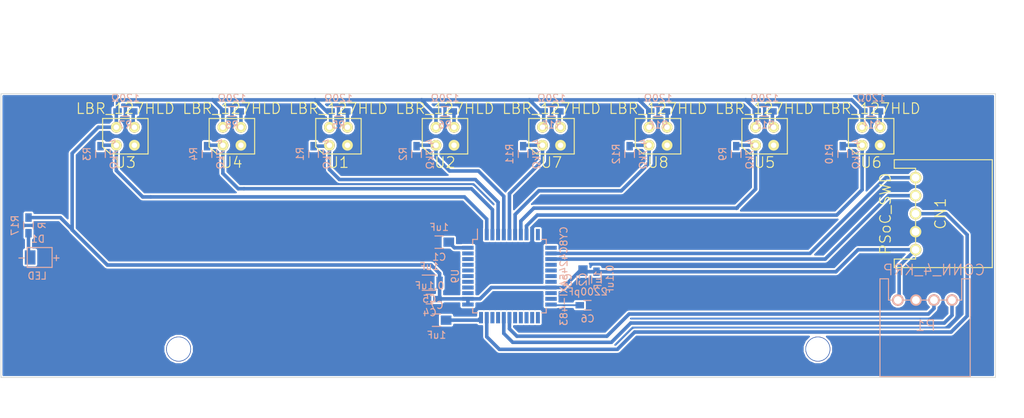
<source format=kicad_pcb>
(kicad_pcb (version 4) (host pcbnew "(2015-01-16 BZR 5376)-product")

  (general
    (links 86)
    (no_connects 1)
    (area 23.594999 1.731 175.739572 186.360001)
    (thickness 1.6)
    (drawings 19)
    (tracks 187)
    (zones 0)
    (modules 36)
    (nets 27)
  )

  (page A4)
  (layers
    (0 F.Cu signal)
    (31 B.Cu signal)
    (32 B.Adhes user)
    (33 F.Adhes user)
    (34 B.Paste user)
    (35 F.Paste user)
    (36 B.SilkS user)
    (37 F.SilkS user)
    (38 B.Mask user)
    (39 F.Mask user)
    (40 Dwgs.User user)
    (41 Cmts.User user)
    (42 Eco1.User user)
    (43 Eco2.User user)
    (44 Edge.Cuts user)
    (45 Margin user)
    (46 B.CrtYd user)
    (47 F.CrtYd user)
    (48 B.Fab user)
    (49 F.Fab user)
  )

  (setup
    (last_trace_width 0.5)
    (user_trace_width 0.5)
    (trace_clearance 0.254)
    (zone_clearance 0.15)
    (zone_45_only no)
    (trace_min 0.254)
    (segment_width 0.2)
    (edge_width 0.1)
    (via_size 0.889)
    (via_drill 0.635)
    (via_min_size 0.889)
    (via_min_drill 0.508)
    (user_via 3.5 3.3)
    (uvia_size 0.508)
    (uvia_drill 0.127)
    (uvias_allowed no)
    (uvia_min_size 0.508)
    (uvia_min_drill 0.127)
    (pcb_text_width 0.3)
    (pcb_text_size 1.5 1.5)
    (mod_edge_width 0.15)
    (mod_text_size 1 1)
    (mod_text_width 0.15)
    (pad_size 1.5 1.5)
    (pad_drill 0.6)
    (pad_to_mask_clearance 0)
    (aux_axis_origin 0 0)
    (visible_elements 7FFFFFFF)
    (pcbplotparams
      (layerselection 0x00030_80000001)
      (usegerberextensions false)
      (excludeedgelayer true)
      (linewidth 0.100000)
      (plotframeref false)
      (viasonmask false)
      (mode 1)
      (useauxorigin false)
      (hpglpennumber 1)
      (hpglpenspeed 20)
      (hpglpendiameter 15)
      (hpglpenoverlay 2)
      (psnegative false)
      (psa4output false)
      (plotreference true)
      (plotvalue true)
      (plotinvisibletext false)
      (padsonsilk false)
      (subtractmaskfromsilk false)
      (outputformat 1)
      (mirror false)
      (drillshape 1)
      (scaleselection 1)
      (outputdirectory ""))
  )

  (net 0 "")
  (net 1 GND)
  (net 2 "Net-(C1-Pad2)")
  (net 3 +5V)
  (net 4 "Net-(C6-Pad1)")
  (net 5 XRES)
  (net 6 SWDCLK)
  (net 7 SWDIO)
  (net 8 UART/TX)
  (net 9 UART/RX)
  (net 10 PIN_3)
  (net 11 PIN_4)
  (net 12 PIN_1)
  (net 13 PIN_2)
  (net 14 "Net-(R5-Pad2)")
  (net 15 "Net-(R6-Pad2)")
  (net 16 "Net-(R7-Pad2)")
  (net 17 "Net-(R8-Pad2)")
  (net 18 PIN_7)
  (net 19 PIN_8)
  (net 20 PIN_5)
  (net 21 PIN_6)
  (net 22 "Net-(R13-Pad2)")
  (net 23 "Net-(R14-Pad2)")
  (net 24 "Net-(R15-Pad2)")
  (net 25 "Net-(R16-Pad2)")
  (net 26 "Net-(D1-Pad2)")

  (net_class Default "これは標準のネット クラスです。"
    (clearance 0.254)
    (trace_width 0.254)
    (via_dia 0.889)
    (via_drill 0.635)
    (uvia_dia 0.508)
    (uvia_drill 0.127)
    (add_net +5V)
    (add_net GND)
    (add_net "Net-(C1-Pad2)")
    (add_net "Net-(C6-Pad1)")
    (add_net "Net-(D1-Pad2)")
    (add_net "Net-(R13-Pad2)")
    (add_net "Net-(R14-Pad2)")
    (add_net "Net-(R15-Pad2)")
    (add_net "Net-(R16-Pad2)")
    (add_net "Net-(R5-Pad2)")
    (add_net "Net-(R6-Pad2)")
    (add_net "Net-(R7-Pad2)")
    (add_net "Net-(R8-Pad2)")
    (add_net PIN_1)
    (add_net PIN_2)
    (add_net PIN_3)
    (add_net PIN_4)
    (add_net PIN_5)
    (add_net PIN_6)
    (add_net PIN_7)
    (add_net PIN_8)
    (add_net SWDCLK)
    (add_net SWDIO)
    (add_net UART/RX)
    (add_net UART/TX)
    (add_net XRES)
  )

  (module Resistors_SMD:R_0805_HandSoldering (layer B.Cu) (tedit 54189DEE) (tstamp 56C7391A)
    (at 131.6863 85.9282)
    (descr "Resistor SMD 0805, hand soldering")
    (tags "resistor 0805")
    (path /56C7144F)
    (attr smd)
    (fp_text reference C1 (at 0 2.1) (layer B.SilkS)
      (effects (font (size 1 1) (thickness 0.15)) (justify mirror))
    )
    (fp_text value 1uF (at 0 -2.1) (layer B.SilkS)
      (effects (font (size 1 1) (thickness 0.15)) (justify mirror))
    )
    (fp_line (start -2.4 1) (end 2.4 1) (layer B.CrtYd) (width 0.05))
    (fp_line (start -2.4 -1) (end 2.4 -1) (layer B.CrtYd) (width 0.05))
    (fp_line (start -2.4 1) (end -2.4 -1) (layer B.CrtYd) (width 0.05))
    (fp_line (start 2.4 1) (end 2.4 -1) (layer B.CrtYd) (width 0.05))
    (fp_line (start 0.6 -0.875) (end -0.6 -0.875) (layer B.SilkS) (width 0.15))
    (fp_line (start -0.6 0.875) (end 0.6 0.875) (layer B.SilkS) (width 0.15))
    (pad 1 smd rect (at -1.35 0) (size 1.5 1.3) (layers B.Cu B.Paste B.Mask)
      (net 1 GND))
    (pad 2 smd rect (at 1.35 0) (size 1.5 1.3) (layers B.Cu B.Paste B.Mask)
      (net 2 "Net-(C1-Pad2)"))
    (model Resistors_SMD/R_0805_HandSoldering.wrl
      (at (xyz 0 0 0))
      (scale (xyz 1 1 1))
      (rotate (xyz 0 0 0))
    )
  )

  (module Resistors_SMD:R_0603_HandSoldering (layer B.Cu) (tedit 5418A00F) (tstamp 56C817E7)
    (at 153.82805 91.19835 270)
    (descr "Resistor SMD 0603, hand soldering")
    (tags "resistor 0603")
    (path /56C61F5D)
    (attr smd)
    (fp_text reference C2 (at 0 1.9 270) (layer B.SilkS)
      (effects (font (size 1 1) (thickness 0.15)) (justify mirror))
    )
    (fp_text value 0.1uF (at 0 -1.9 270) (layer B.SilkS)
      (effects (font (size 1 1) (thickness 0.15)) (justify mirror))
    )
    (fp_line (start -2 0.8) (end 2 0.8) (layer B.CrtYd) (width 0.05))
    (fp_line (start -2 -0.8) (end 2 -0.8) (layer B.CrtYd) (width 0.05))
    (fp_line (start -2 0.8) (end -2 -0.8) (layer B.CrtYd) (width 0.05))
    (fp_line (start 2 0.8) (end 2 -0.8) (layer B.CrtYd) (width 0.05))
    (fp_line (start 0.5 -0.675) (end -0.5 -0.675) (layer B.SilkS) (width 0.15))
    (fp_line (start -0.5 0.675) (end 0.5 0.675) (layer B.SilkS) (width 0.15))
    (pad 1 smd rect (at -1.1 0 270) (size 1.2 0.9) (layers B.Cu B.Paste B.Mask)
      (net 3 +5V))
    (pad 2 smd rect (at 1.1 0 270) (size 1.2 0.9) (layers B.Cu B.Paste B.Mask)
      (net 1 GND))
    (model Resistors_SMD/R_0603_HandSoldering.wrl
      (at (xyz 0 0 0))
      (scale (xyz 1 1 1))
      (rotate (xyz 0 0 0))
    )
  )

  (module Resistors_SMD:R_0805_HandSoldering (layer B.Cu) (tedit 54189DEE) (tstamp 56C817DA)
    (at 151.92805 91.29835 270)
    (descr "Resistor SMD 0805, hand soldering")
    (tags "resistor 0805")
    (path /56C61FAE)
    (attr smd)
    (fp_text reference C3 (at 0 2.1 270) (layer B.SilkS)
      (effects (font (size 1 1) (thickness 0.15)) (justify mirror))
    )
    (fp_text value 1uF (at 0 -2.1 270) (layer B.SilkS)
      (effects (font (size 1 1) (thickness 0.15)) (justify mirror))
    )
    (fp_line (start -2.4 1) (end 2.4 1) (layer B.CrtYd) (width 0.05))
    (fp_line (start -2.4 -1) (end 2.4 -1) (layer B.CrtYd) (width 0.05))
    (fp_line (start -2.4 1) (end -2.4 -1) (layer B.CrtYd) (width 0.05))
    (fp_line (start 2.4 1) (end 2.4 -1) (layer B.CrtYd) (width 0.05))
    (fp_line (start 0.6 -0.875) (end -0.6 -0.875) (layer B.SilkS) (width 0.15))
    (fp_line (start -0.6 0.875) (end 0.6 0.875) (layer B.SilkS) (width 0.15))
    (pad 1 smd rect (at -1.35 0 270) (size 1.5 1.3) (layers B.Cu B.Paste B.Mask)
      (net 3 +5V))
    (pad 2 smd rect (at 1.35 0 270) (size 1.5 1.3) (layers B.Cu B.Paste B.Mask)
      (net 1 GND))
    (model Resistors_SMD/R_0805_HandSoldering.wrl
      (at (xyz 0 0 0))
      (scale (xyz 1 1 1))
      (rotate (xyz 0 0 0))
    )
  )

  (module Resistors_SMD:R_0603_HandSoldering (layer B.Cu) (tedit 5418A00F) (tstamp 56C7392C)
    (at 130.3401 93.9546)
    (descr "Resistor SMD 0603, hand soldering")
    (tags "resistor 0603")
    (path /56C628AF)
    (attr smd)
    (fp_text reference C4 (at 0 1.9) (layer B.SilkS)
      (effects (font (size 1 1) (thickness 0.15)) (justify mirror))
    )
    (fp_text value 0.1uF (at 0 -1.9) (layer B.SilkS)
      (effects (font (size 1 1) (thickness 0.15)) (justify mirror))
    )
    (fp_line (start -2 0.8) (end 2 0.8) (layer B.CrtYd) (width 0.05))
    (fp_line (start -2 -0.8) (end 2 -0.8) (layer B.CrtYd) (width 0.05))
    (fp_line (start -2 0.8) (end -2 -0.8) (layer B.CrtYd) (width 0.05))
    (fp_line (start 2 0.8) (end 2 -0.8) (layer B.CrtYd) (width 0.05))
    (fp_line (start 0.5 -0.675) (end -0.5 -0.675) (layer B.SilkS) (width 0.15))
    (fp_line (start -0.5 0.675) (end 0.5 0.675) (layer B.SilkS) (width 0.15))
    (pad 1 smd rect (at -1.1 0) (size 1.2 0.9) (layers B.Cu B.Paste B.Mask)
      (net 1 GND))
    (pad 2 smd rect (at 1.1 0) (size 1.2 0.9) (layers B.Cu B.Paste B.Mask)
      (net 3 +5V))
    (model Resistors_SMD/R_0603_HandSoldering.wrl
      (at (xyz 0 0 0))
      (scale (xyz 1 1 1))
      (rotate (xyz 0 0 0))
    )
  )

  (module Resistors_SMD:R_1206 (layer B.Cu) (tedit 5415CFA7) (tstamp 56C73932)
    (at 130.2893 91.6432)
    (descr "Resistor SMD 1206, reflow soldering, Vishay (see dcrcw.pdf)")
    (tags "resistor 1206")
    (path /56C628B5)
    (attr smd)
    (fp_text reference C5 (at 0 2.3) (layer B.SilkS)
      (effects (font (size 1 1) (thickness 0.15)) (justify mirror))
    )
    (fp_text value 1uF (at 0 -2.3) (layer B.SilkS)
      (effects (font (size 1 1) (thickness 0.15)) (justify mirror))
    )
    (fp_line (start -2.2 1.2) (end 2.2 1.2) (layer B.CrtYd) (width 0.05))
    (fp_line (start -2.2 -1.2) (end 2.2 -1.2) (layer B.CrtYd) (width 0.05))
    (fp_line (start -2.2 1.2) (end -2.2 -1.2) (layer B.CrtYd) (width 0.05))
    (fp_line (start 2.2 1.2) (end 2.2 -1.2) (layer B.CrtYd) (width 0.05))
    (fp_line (start 1 -1.075) (end -1 -1.075) (layer B.SilkS) (width 0.15))
    (fp_line (start -1 1.075) (end 1 1.075) (layer B.SilkS) (width 0.15))
    (pad 1 smd rect (at -1.45 0) (size 0.9 1.7) (layers B.Cu B.Paste B.Mask)
      (net 1 GND))
    (pad 2 smd rect (at 1.45 0) (size 0.9 1.7) (layers B.Cu B.Paste B.Mask)
      (net 3 +5V))
    (model Resistors_SMD/R_1206.wrl
      (at (xyz 0 0 0))
      (scale (xyz 1 1 1))
      (rotate (xyz 0 0 0))
    )
  )

  (module Resistors_SMD:R_0603_HandSoldering (layer B.Cu) (tedit 5418A00F) (tstamp 56C73938)
    (at 152.5778 94.8202)
    (descr "Resistor SMD 0603, hand soldering")
    (tags "resistor 0603")
    (path /56C7175D)
    (attr smd)
    (fp_text reference C6 (at 0 1.9) (layer B.SilkS)
      (effects (font (size 1 1) (thickness 0.15)) (justify mirror))
    )
    (fp_text value 2200pF (at 0 -1.9) (layer B.SilkS)
      (effects (font (size 1 1) (thickness 0.15)) (justify mirror))
    )
    (fp_line (start -2 0.8) (end 2 0.8) (layer B.CrtYd) (width 0.05))
    (fp_line (start -2 -0.8) (end 2 -0.8) (layer B.CrtYd) (width 0.05))
    (fp_line (start -2 0.8) (end -2 -0.8) (layer B.CrtYd) (width 0.05))
    (fp_line (start 2 0.8) (end 2 -0.8) (layer B.CrtYd) (width 0.05))
    (fp_line (start 0.5 -0.675) (end -0.5 -0.675) (layer B.SilkS) (width 0.15))
    (fp_line (start -0.5 0.675) (end 0.5 0.675) (layer B.SilkS) (width 0.15))
    (pad 1 smd rect (at -1.1 0) (size 1.2 0.9) (layers B.Cu B.Paste B.Mask)
      (net 4 "Net-(C6-Pad1)"))
    (pad 2 smd rect (at 1.1 0) (size 1.2 0.9) (layers B.Cu B.Paste B.Mask)
      (net 1 GND))
    (model Resistors_SMD/R_0603_HandSoldering.wrl
      (at (xyz 0 0 0))
      (scale (xyz 1 1 1))
      (rotate (xyz 0 0 0))
    )
  )

  (module Resistors_SMD:R_0805_HandSoldering (layer B.Cu) (tedit 54189DEE) (tstamp 56C7393E)
    (at 131.3053 96.9264 180)
    (descr "Resistor SMD 0805, hand soldering")
    (tags "resistor 0805")
    (path /56C63499)
    (attr smd)
    (fp_text reference C7 (at 0 2.1 180) (layer B.SilkS)
      (effects (font (size 1 1) (thickness 0.15)) (justify mirror))
    )
    (fp_text value 1uF (at 0 -2.1 180) (layer B.SilkS)
      (effects (font (size 1 1) (thickness 0.15)) (justify mirror))
    )
    (fp_line (start -2.4 1) (end 2.4 1) (layer B.CrtYd) (width 0.05))
    (fp_line (start -2.4 -1) (end 2.4 -1) (layer B.CrtYd) (width 0.05))
    (fp_line (start -2.4 1) (end -2.4 -1) (layer B.CrtYd) (width 0.05))
    (fp_line (start 2.4 1) (end 2.4 -1) (layer B.CrtYd) (width 0.05))
    (fp_line (start 0.6 -0.875) (end -0.6 -0.875) (layer B.SilkS) (width 0.15))
    (fp_line (start -0.6 0.875) (end 0.6 0.875) (layer B.SilkS) (width 0.15))
    (pad 1 smd rect (at -1.35 0 180) (size 1.5 1.3) (layers B.Cu B.Paste B.Mask)
      (net 3 +5V))
    (pad 2 smd rect (at 1.35 0 180) (size 1.5 1.3) (layers B.Cu B.Paste B.Mask)
      (net 1 GND))
    (model Resistors_SMD/R_0805_HandSoldering.wrl
      (at (xyz 0 0 0))
      (scale (xyz 1 1 1))
      (rotate (xyz 0 0 0))
    )
  )

  (module user_conn:DF1E_5P (layer F.Cu) (tedit 56C36969) (tstamp 56E41F50)
    (at 198.755 81.915 270)
    (path /56C637BB)
    (fp_text reference CN1 (at 0 -3.5 270) (layer F.SilkS)
      (effects (font (size 1.5 1.5) (thickness 0.15)))
    )
    (fp_text value PSoC_SWD (at 0 4.25 270) (layer F.SilkS)
      (effects (font (size 1.5 1.5) (thickness 0.15)))
    )
    (fp_line (start 7.6 -10.8) (end 7.6 3) (layer F.SilkS) (width 0.15))
    (fp_line (start -7.6 3) (end -7.6 -10.8) (layer F.SilkS) (width 0.15))
    (fp_line (start 7.6 3) (end 6.4 3) (layer F.SilkS) (width 0.15))
    (fp_line (start -6.4 3) (end -7.6 3) (layer F.SilkS) (width 0.15))
    (fp_line (start 6.4 3) (end 6.4 0) (layer F.SilkS) (width 0.15))
    (fp_line (start 6.4 0) (end -6.4 0) (layer F.SilkS) (width 0.15))
    (fp_line (start -6.4 3) (end -6.4 0) (layer F.SilkS) (width 0.15))
    (fp_line (start -7.6 -10.8) (end 7.6 -10.8) (layer F.SilkS) (width 0.15))
    (pad 5 thru_hole circle (at 5.08 0 270) (size 1.624 1.624) (drill 1.1) (layers *.Cu *.Mask F.SilkS)
      (net 3 +5V))
    (pad 4 thru_hole circle (at 2.54 0 270) (size 1.624 1.624) (drill 1.1) (layers *.Cu *.Mask F.SilkS)
      (net 1 GND))
    (pad 3 thru_hole circle (at 0 0 270) (size 1.624 1.624) (drill 1.1) (layers *.Cu *.Mask F.SilkS)
      (net 5 XRES))
    (pad 2 thru_hole circle (at -2.54 0 270) (size 1.624 1.624) (drill 1.1) (layers *.Cu *.Mask F.SilkS)
      (net 6 SWDCLK))
    (pad 1 thru_hole circle (at -5.08 0 270) (size 1.624 1.624) (drill 1.1) (layers *.Cu *.Mask F.SilkS)
      (net 7 SWDIO))
  )

  (module user_conn:DF1E_4P (layer B.Cu) (tedit 56C369DE) (tstamp 56C7394F)
    (at 199.644 99.695)
    (path /56C643DF)
    (fp_text reference P1 (at 0.5 -2) (layer B.SilkS)
      (effects (font (size 1.5 1.5) (thickness 0.15)) (justify mirror))
    )
    (fp_text value CONN_4_KRP (at 1.7 -9.85) (layer B.SilkS)
      (effects (font (size 1.5 1.5) (thickness 0.15)) (justify mirror))
    )
    (fp_line (start 5.6 -5.6) (end -4.7 -5.6) (layer B.SilkS) (width 0.15))
    (fp_line (start 6.8 5.2) (end -5.9 5.2) (layer B.SilkS) (width 0.15))
    (fp_line (start 6.8 -8.6) (end 6.8 5.2) (layer B.SilkS) (width 0.15))
    (fp_line (start 5.6 -5.6) (end 5.6 -8.6) (layer B.SilkS) (width 0.15))
    (fp_line (start -5.9 -8.6) (end -5.9 5.2) (layer B.SilkS) (width 0.15))
    (fp_line (start 6.8 -8.6) (end 5.6 -8.6) (layer B.SilkS) (width 0.15))
    (fp_line (start -4.7 -8.6) (end -5.9 -8.6) (layer B.SilkS) (width 0.15))
    (fp_line (start -4.7 -8.6) (end -4.7 -5.6) (layer B.SilkS) (width 0.15))
    (pad 4 thru_hole circle (at 4.24 -5.6) (size 1.624 1.624) (drill 1.1) (layers *.Cu *.Mask B.SilkS)
      (net 8 UART/TX))
    (pad 3 thru_hole circle (at 1.7 -5.6) (size 1.624 1.624) (drill 1.1) (layers *.Cu *.Mask B.SilkS)
      (net 9 UART/RX))
    (pad 2 thru_hole circle (at -0.84 -5.6) (size 1.624 1.624) (drill 1.1) (layers *.Cu *.Mask B.SilkS)
      (net 1 GND))
    (pad 1 thru_hole circle (at -3.38 -5.6) (size 1.624 1.624) (drill 1.1) (layers *.Cu *.Mask B.SilkS)
      (net 3 +5V))
  )

  (module Resistors_SMD:R_0603_HandSoldering (layer B.Cu) (tedit 5418A00F) (tstamp 56C73955)
    (at 114 73.5 270)
    (descr "Resistor SMD 0603, hand soldering")
    (tags "resistor 0603")
    (path /56C5D17B)
    (attr smd)
    (fp_text reference R1 (at 0 1.9 270) (layer B.SilkS)
      (effects (font (size 1 1) (thickness 0.15)) (justify mirror))
    )
    (fp_text value 4.7kΩ (at 0 -1.9 270) (layer B.SilkS)
      (effects (font (size 1 1) (thickness 0.15)) (justify mirror))
    )
    (fp_line (start -2 0.8) (end 2 0.8) (layer B.CrtYd) (width 0.05))
    (fp_line (start -2 -0.8) (end 2 -0.8) (layer B.CrtYd) (width 0.05))
    (fp_line (start -2 0.8) (end -2 -0.8) (layer B.CrtYd) (width 0.05))
    (fp_line (start 2 0.8) (end 2 -0.8) (layer B.CrtYd) (width 0.05))
    (fp_line (start 0.5 -0.675) (end -0.5 -0.675) (layer B.SilkS) (width 0.15))
    (fp_line (start -0.5 0.675) (end 0.5 0.675) (layer B.SilkS) (width 0.15))
    (pad 1 smd rect (at -1.1 0 270) (size 1.2 0.9) (layers B.Cu B.Paste B.Mask)
      (net 10 PIN_3))
    (pad 2 smd rect (at 1.1 0 270) (size 1.2 0.9) (layers B.Cu B.Paste B.Mask)
      (net 1 GND))
    (model Resistors_SMD/R_0603_HandSoldering.wrl
      (at (xyz 0 0 0))
      (scale (xyz 1 1 1))
      (rotate (xyz 0 0 0))
    )
  )

  (module Resistors_SMD:R_0603_HandSoldering (layer B.Cu) (tedit 5418A00F) (tstamp 56C7395B)
    (at 128.5 73.5 270)
    (descr "Resistor SMD 0603, hand soldering")
    (tags "resistor 0603")
    (path /56C5D1A9)
    (attr smd)
    (fp_text reference R2 (at 0 1.9 270) (layer B.SilkS)
      (effects (font (size 1 1) (thickness 0.15)) (justify mirror))
    )
    (fp_text value 4.7kΩ (at 0 -1.9 270) (layer B.SilkS)
      (effects (font (size 1 1) (thickness 0.15)) (justify mirror))
    )
    (fp_line (start -2 0.8) (end 2 0.8) (layer B.CrtYd) (width 0.05))
    (fp_line (start -2 -0.8) (end 2 -0.8) (layer B.CrtYd) (width 0.05))
    (fp_line (start -2 0.8) (end -2 -0.8) (layer B.CrtYd) (width 0.05))
    (fp_line (start 2 0.8) (end 2 -0.8) (layer B.CrtYd) (width 0.05))
    (fp_line (start 0.5 -0.675) (end -0.5 -0.675) (layer B.SilkS) (width 0.15))
    (fp_line (start -0.5 0.675) (end 0.5 0.675) (layer B.SilkS) (width 0.15))
    (pad 1 smd rect (at -1.1 0 270) (size 1.2 0.9) (layers B.Cu B.Paste B.Mask)
      (net 11 PIN_4))
    (pad 2 smd rect (at 1.1 0 270) (size 1.2 0.9) (layers B.Cu B.Paste B.Mask)
      (net 1 GND))
    (model Resistors_SMD/R_0603_HandSoldering.wrl
      (at (xyz 0 0 0))
      (scale (xyz 1 1 1))
      (rotate (xyz 0 0 0))
    )
  )

  (module Resistors_SMD:R_0603_HandSoldering (layer B.Cu) (tedit 5418A00F) (tstamp 56C73961)
    (at 84 73.5 270)
    (descr "Resistor SMD 0603, hand soldering")
    (tags "resistor 0603")
    (path /56BEE8E9)
    (attr smd)
    (fp_text reference R3 (at 0 1.9 270) (layer B.SilkS)
      (effects (font (size 1 1) (thickness 0.15)) (justify mirror))
    )
    (fp_text value 4.7kΩ (at 0 -1.9 270) (layer B.SilkS)
      (effects (font (size 1 1) (thickness 0.15)) (justify mirror))
    )
    (fp_line (start -2 0.8) (end 2 0.8) (layer B.CrtYd) (width 0.05))
    (fp_line (start -2 -0.8) (end 2 -0.8) (layer B.CrtYd) (width 0.05))
    (fp_line (start -2 0.8) (end -2 -0.8) (layer B.CrtYd) (width 0.05))
    (fp_line (start 2 0.8) (end 2 -0.8) (layer B.CrtYd) (width 0.05))
    (fp_line (start 0.5 -0.675) (end -0.5 -0.675) (layer B.SilkS) (width 0.15))
    (fp_line (start -0.5 0.675) (end 0.5 0.675) (layer B.SilkS) (width 0.15))
    (pad 1 smd rect (at -1.1 0 270) (size 1.2 0.9) (layers B.Cu B.Paste B.Mask)
      (net 12 PIN_1))
    (pad 2 smd rect (at 1.1 0 270) (size 1.2 0.9) (layers B.Cu B.Paste B.Mask)
      (net 1 GND))
    (model Resistors_SMD/R_0603_HandSoldering.wrl
      (at (xyz 0 0 0))
      (scale (xyz 1 1 1))
      (rotate (xyz 0 0 0))
    )
  )

  (module Resistors_SMD:R_0603_HandSoldering (layer B.Cu) (tedit 5418A00F) (tstamp 56C73967)
    (at 99 73.5 270)
    (descr "Resistor SMD 0603, hand soldering")
    (tags "resistor 0603")
    (path /56C5C8B0)
    (attr smd)
    (fp_text reference R4 (at 0 1.9 270) (layer B.SilkS)
      (effects (font (size 1 1) (thickness 0.15)) (justify mirror))
    )
    (fp_text value 4.7kΩ (at 0 -1.9 270) (layer B.SilkS)
      (effects (font (size 1 1) (thickness 0.15)) (justify mirror))
    )
    (fp_line (start -2 0.8) (end 2 0.8) (layer B.CrtYd) (width 0.05))
    (fp_line (start -2 -0.8) (end 2 -0.8) (layer B.CrtYd) (width 0.05))
    (fp_line (start -2 0.8) (end -2 -0.8) (layer B.CrtYd) (width 0.05))
    (fp_line (start 2 0.8) (end 2 -0.8) (layer B.CrtYd) (width 0.05))
    (fp_line (start 0.5 -0.675) (end -0.5 -0.675) (layer B.SilkS) (width 0.15))
    (fp_line (start -0.5 0.675) (end 0.5 0.675) (layer B.SilkS) (width 0.15))
    (pad 1 smd rect (at -1.1 0 270) (size 1.2 0.9) (layers B.Cu B.Paste B.Mask)
      (net 13 PIN_2))
    (pad 2 smd rect (at 1.1 0 270) (size 1.2 0.9) (layers B.Cu B.Paste B.Mask)
      (net 1 GND))
    (model Resistors_SMD/R_0603_HandSoldering.wrl
      (at (xyz 0 0 0))
      (scale (xyz 1 1 1))
      (rotate (xyz 0 0 0))
    )
  )

  (module Resistors_SMD:R_0603_HandSoldering (layer B.Cu) (tedit 5418A00F) (tstamp 56C7396D)
    (at 117.5 67.5)
    (descr "Resistor SMD 0603, hand soldering")
    (tags "resistor 0603")
    (path /56C5D15B)
    (attr smd)
    (fp_text reference R5 (at 0 1.9) (layer B.SilkS)
      (effects (font (size 1 1) (thickness 0.15)) (justify mirror))
    )
    (fp_text value 120Ω (at 0 -1.9) (layer B.SilkS)
      (effects (font (size 1 1) (thickness 0.15)) (justify mirror))
    )
    (fp_line (start -2 0.8) (end 2 0.8) (layer B.CrtYd) (width 0.05))
    (fp_line (start -2 -0.8) (end 2 -0.8) (layer B.CrtYd) (width 0.05))
    (fp_line (start -2 0.8) (end -2 -0.8) (layer B.CrtYd) (width 0.05))
    (fp_line (start 2 0.8) (end 2 -0.8) (layer B.CrtYd) (width 0.05))
    (fp_line (start 0.5 -0.675) (end -0.5 -0.675) (layer B.SilkS) (width 0.15))
    (fp_line (start -0.5 0.675) (end 0.5 0.675) (layer B.SilkS) (width 0.15))
    (pad 1 smd rect (at -1.1 0) (size 1.2 0.9) (layers B.Cu B.Paste B.Mask)
      (net 3 +5V))
    (pad 2 smd rect (at 1.1 0) (size 1.2 0.9) (layers B.Cu B.Paste B.Mask)
      (net 14 "Net-(R5-Pad2)"))
    (model Resistors_SMD/R_0603_HandSoldering.wrl
      (at (xyz 0 0 0))
      (scale (xyz 1 1 1))
      (rotate (xyz 0 0 0))
    )
  )

  (module Resistors_SMD:R_0603_HandSoldering (layer B.Cu) (tedit 5418A00F) (tstamp 56C73973)
    (at 132.5 67.5)
    (descr "Resistor SMD 0603, hand soldering")
    (tags "resistor 0603")
    (path /56C5D189)
    (attr smd)
    (fp_text reference R6 (at 0 1.9) (layer B.SilkS)
      (effects (font (size 1 1) (thickness 0.15)) (justify mirror))
    )
    (fp_text value 120Ω (at 0 -1.9) (layer B.SilkS)
      (effects (font (size 1 1) (thickness 0.15)) (justify mirror))
    )
    (fp_line (start -2 0.8) (end 2 0.8) (layer B.CrtYd) (width 0.05))
    (fp_line (start -2 -0.8) (end 2 -0.8) (layer B.CrtYd) (width 0.05))
    (fp_line (start -2 0.8) (end -2 -0.8) (layer B.CrtYd) (width 0.05))
    (fp_line (start 2 0.8) (end 2 -0.8) (layer B.CrtYd) (width 0.05))
    (fp_line (start 0.5 -0.675) (end -0.5 -0.675) (layer B.SilkS) (width 0.15))
    (fp_line (start -0.5 0.675) (end 0.5 0.675) (layer B.SilkS) (width 0.15))
    (pad 1 smd rect (at -1.1 0) (size 1.2 0.9) (layers B.Cu B.Paste B.Mask)
      (net 3 +5V))
    (pad 2 smd rect (at 1.1 0) (size 1.2 0.9) (layers B.Cu B.Paste B.Mask)
      (net 15 "Net-(R6-Pad2)"))
    (model Resistors_SMD/R_0603_HandSoldering.wrl
      (at (xyz 0 0 0))
      (scale (xyz 1 1 1))
      (rotate (xyz 0 0 0))
    )
  )

  (module Resistors_SMD:R_0603_HandSoldering (layer B.Cu) (tedit 5418A00F) (tstamp 56C73979)
    (at 87.5 67.5)
    (descr "Resistor SMD 0603, hand soldering")
    (tags "resistor 0603")
    (path /56BEE0CC)
    (attr smd)
    (fp_text reference R7 (at 0 1.9) (layer B.SilkS)
      (effects (font (size 1 1) (thickness 0.15)) (justify mirror))
    )
    (fp_text value 120Ω (at 0 -1.9) (layer B.SilkS)
      (effects (font (size 1 1) (thickness 0.15)) (justify mirror))
    )
    (fp_line (start -2 0.8) (end 2 0.8) (layer B.CrtYd) (width 0.05))
    (fp_line (start -2 -0.8) (end 2 -0.8) (layer B.CrtYd) (width 0.05))
    (fp_line (start -2 0.8) (end -2 -0.8) (layer B.CrtYd) (width 0.05))
    (fp_line (start 2 0.8) (end 2 -0.8) (layer B.CrtYd) (width 0.05))
    (fp_line (start 0.5 -0.675) (end -0.5 -0.675) (layer B.SilkS) (width 0.15))
    (fp_line (start -0.5 0.675) (end 0.5 0.675) (layer B.SilkS) (width 0.15))
    (pad 1 smd rect (at -1.1 0) (size 1.2 0.9) (layers B.Cu B.Paste B.Mask)
      (net 3 +5V))
    (pad 2 smd rect (at 1.1 0) (size 1.2 0.9) (layers B.Cu B.Paste B.Mask)
      (net 16 "Net-(R7-Pad2)"))
    (model Resistors_SMD/R_0603_HandSoldering.wrl
      (at (xyz 0 0 0))
      (scale (xyz 1 1 1))
      (rotate (xyz 0 0 0))
    )
  )

  (module Resistors_SMD:R_0603_HandSoldering (layer B.Cu) (tedit 5418A00F) (tstamp 56C7397F)
    (at 102.5 67.5)
    (descr "Resistor SMD 0603, hand soldering")
    (tags "resistor 0603")
    (path /56C5C890)
    (attr smd)
    (fp_text reference R8 (at 0 1.9) (layer B.SilkS)
      (effects (font (size 1 1) (thickness 0.15)) (justify mirror))
    )
    (fp_text value 120Ω (at 0 -1.9) (layer B.SilkS)
      (effects (font (size 1 1) (thickness 0.15)) (justify mirror))
    )
    (fp_line (start -2 0.8) (end 2 0.8) (layer B.CrtYd) (width 0.05))
    (fp_line (start -2 -0.8) (end 2 -0.8) (layer B.CrtYd) (width 0.05))
    (fp_line (start -2 0.8) (end -2 -0.8) (layer B.CrtYd) (width 0.05))
    (fp_line (start 2 0.8) (end 2 -0.8) (layer B.CrtYd) (width 0.05))
    (fp_line (start 0.5 -0.675) (end -0.5 -0.675) (layer B.SilkS) (width 0.15))
    (fp_line (start -0.5 0.675) (end 0.5 0.675) (layer B.SilkS) (width 0.15))
    (pad 1 smd rect (at -1.1 0) (size 1.2 0.9) (layers B.Cu B.Paste B.Mask)
      (net 3 +5V))
    (pad 2 smd rect (at 1.1 0) (size 1.2 0.9) (layers B.Cu B.Paste B.Mask)
      (net 17 "Net-(R8-Pad2)"))
    (model Resistors_SMD/R_0603_HandSoldering.wrl
      (at (xyz 0 0 0))
      (scale (xyz 1 1 1))
      (rotate (xyz 0 0 0))
    )
  )

  (module Resistors_SMD:R_0603_HandSoldering (layer B.Cu) (tedit 5418A00F) (tstamp 56C73985)
    (at 173.5 73.5 270)
    (descr "Resistor SMD 0603, hand soldering")
    (tags "resistor 0603")
    (path /56C5D1D7)
    (attr smd)
    (fp_text reference R9 (at 0 1.9 270) (layer B.SilkS)
      (effects (font (size 1 1) (thickness 0.15)) (justify mirror))
    )
    (fp_text value 4.7kΩ (at 0 -1.9 270) (layer B.SilkS)
      (effects (font (size 1 1) (thickness 0.15)) (justify mirror))
    )
    (fp_line (start -2 0.8) (end 2 0.8) (layer B.CrtYd) (width 0.05))
    (fp_line (start -2 -0.8) (end 2 -0.8) (layer B.CrtYd) (width 0.05))
    (fp_line (start -2 0.8) (end -2 -0.8) (layer B.CrtYd) (width 0.05))
    (fp_line (start 2 0.8) (end 2 -0.8) (layer B.CrtYd) (width 0.05))
    (fp_line (start 0.5 -0.675) (end -0.5 -0.675) (layer B.SilkS) (width 0.15))
    (fp_line (start -0.5 0.675) (end 0.5 0.675) (layer B.SilkS) (width 0.15))
    (pad 1 smd rect (at -1.1 0 270) (size 1.2 0.9) (layers B.Cu B.Paste B.Mask)
      (net 18 PIN_7))
    (pad 2 smd rect (at 1.1 0 270) (size 1.2 0.9) (layers B.Cu B.Paste B.Mask)
      (net 1 GND))
    (model Resistors_SMD/R_0603_HandSoldering.wrl
      (at (xyz 0 0 0))
      (scale (xyz 1 1 1))
      (rotate (xyz 0 0 0))
    )
  )

  (module Resistors_SMD:R_0603_HandSoldering (layer B.Cu) (tedit 5418A00F) (tstamp 56C7398B)
    (at 188.5 73.5 270)
    (descr "Resistor SMD 0603, hand soldering")
    (tags "resistor 0603")
    (path /56C5D205)
    (attr smd)
    (fp_text reference R10 (at 0 1.9 270) (layer B.SilkS)
      (effects (font (size 1 1) (thickness 0.15)) (justify mirror))
    )
    (fp_text value 4.7kΩ (at 0 -1.9 270) (layer B.SilkS)
      (effects (font (size 1 1) (thickness 0.15)) (justify mirror))
    )
    (fp_line (start -2 0.8) (end 2 0.8) (layer B.CrtYd) (width 0.05))
    (fp_line (start -2 -0.8) (end 2 -0.8) (layer B.CrtYd) (width 0.05))
    (fp_line (start -2 0.8) (end -2 -0.8) (layer B.CrtYd) (width 0.05))
    (fp_line (start 2 0.8) (end 2 -0.8) (layer B.CrtYd) (width 0.05))
    (fp_line (start 0.5 -0.675) (end -0.5 -0.675) (layer B.SilkS) (width 0.15))
    (fp_line (start -0.5 0.675) (end 0.5 0.675) (layer B.SilkS) (width 0.15))
    (pad 1 smd rect (at -1.1 0 270) (size 1.2 0.9) (layers B.Cu B.Paste B.Mask)
      (net 19 PIN_8))
    (pad 2 smd rect (at 1.1 0 270) (size 1.2 0.9) (layers B.Cu B.Paste B.Mask)
      (net 1 GND))
    (model Resistors_SMD/R_0603_HandSoldering.wrl
      (at (xyz 0 0 0))
      (scale (xyz 1 1 1))
      (rotate (xyz 0 0 0))
    )
  )

  (module Resistors_SMD:R_0603_HandSoldering (layer B.Cu) (tedit 5418A00F) (tstamp 56C73991)
    (at 143.5 73.5 270)
    (descr "Resistor SMD 0603, hand soldering")
    (tags "resistor 0603")
    (path /56C5CD02)
    (attr smd)
    (fp_text reference R11 (at 0 1.9 270) (layer B.SilkS)
      (effects (font (size 1 1) (thickness 0.15)) (justify mirror))
    )
    (fp_text value 4.7kΩ (at 0 -1.9 270) (layer B.SilkS)
      (effects (font (size 1 1) (thickness 0.15)) (justify mirror))
    )
    (fp_line (start -2 0.8) (end 2 0.8) (layer B.CrtYd) (width 0.05))
    (fp_line (start -2 -0.8) (end 2 -0.8) (layer B.CrtYd) (width 0.05))
    (fp_line (start -2 0.8) (end -2 -0.8) (layer B.CrtYd) (width 0.05))
    (fp_line (start 2 0.8) (end 2 -0.8) (layer B.CrtYd) (width 0.05))
    (fp_line (start 0.5 -0.675) (end -0.5 -0.675) (layer B.SilkS) (width 0.15))
    (fp_line (start -0.5 0.675) (end 0.5 0.675) (layer B.SilkS) (width 0.15))
    (pad 1 smd rect (at -1.1 0 270) (size 1.2 0.9) (layers B.Cu B.Paste B.Mask)
      (net 20 PIN_5))
    (pad 2 smd rect (at 1.1 0 270) (size 1.2 0.9) (layers B.Cu B.Paste B.Mask)
      (net 1 GND))
    (model Resistors_SMD/R_0603_HandSoldering.wrl
      (at (xyz 0 0 0))
      (scale (xyz 1 1 1))
      (rotate (xyz 0 0 0))
    )
  )

  (module Resistors_SMD:R_0603_HandSoldering (layer B.Cu) (tedit 5418A00F) (tstamp 56C73997)
    (at 158.5 73.5 270)
    (descr "Resistor SMD 0603, hand soldering")
    (tags "resistor 0603")
    (path /56C5CD30)
    (attr smd)
    (fp_text reference R12 (at 0 1.9 270) (layer B.SilkS)
      (effects (font (size 1 1) (thickness 0.15)) (justify mirror))
    )
    (fp_text value 4.7kΩ (at 0 -1.9 270) (layer B.SilkS)
      (effects (font (size 1 1) (thickness 0.15)) (justify mirror))
    )
    (fp_line (start -2 0.8) (end 2 0.8) (layer B.CrtYd) (width 0.05))
    (fp_line (start -2 -0.8) (end 2 -0.8) (layer B.CrtYd) (width 0.05))
    (fp_line (start -2 0.8) (end -2 -0.8) (layer B.CrtYd) (width 0.05))
    (fp_line (start 2 0.8) (end 2 -0.8) (layer B.CrtYd) (width 0.05))
    (fp_line (start 0.5 -0.675) (end -0.5 -0.675) (layer B.SilkS) (width 0.15))
    (fp_line (start -0.5 0.675) (end 0.5 0.675) (layer B.SilkS) (width 0.15))
    (pad 1 smd rect (at -1.1 0 270) (size 1.2 0.9) (layers B.Cu B.Paste B.Mask)
      (net 21 PIN_6))
    (pad 2 smd rect (at 1.1 0 270) (size 1.2 0.9) (layers B.Cu B.Paste B.Mask)
      (net 1 GND))
    (model Resistors_SMD/R_0603_HandSoldering.wrl
      (at (xyz 0 0 0))
      (scale (xyz 1 1 1))
      (rotate (xyz 0 0 0))
    )
  )

  (module Resistors_SMD:R_0603_HandSoldering (layer B.Cu) (tedit 5418A00F) (tstamp 56C7399D)
    (at 177.5 67.5)
    (descr "Resistor SMD 0603, hand soldering")
    (tags "resistor 0603")
    (path /56C5D1B7)
    (attr smd)
    (fp_text reference R13 (at 0 1.9) (layer B.SilkS)
      (effects (font (size 1 1) (thickness 0.15)) (justify mirror))
    )
    (fp_text value 120Ω (at 0 -1.9) (layer B.SilkS)
      (effects (font (size 1 1) (thickness 0.15)) (justify mirror))
    )
    (fp_line (start -2 0.8) (end 2 0.8) (layer B.CrtYd) (width 0.05))
    (fp_line (start -2 -0.8) (end 2 -0.8) (layer B.CrtYd) (width 0.05))
    (fp_line (start -2 0.8) (end -2 -0.8) (layer B.CrtYd) (width 0.05))
    (fp_line (start 2 0.8) (end 2 -0.8) (layer B.CrtYd) (width 0.05))
    (fp_line (start 0.5 -0.675) (end -0.5 -0.675) (layer B.SilkS) (width 0.15))
    (fp_line (start -0.5 0.675) (end 0.5 0.675) (layer B.SilkS) (width 0.15))
    (pad 1 smd rect (at -1.1 0) (size 1.2 0.9) (layers B.Cu B.Paste B.Mask)
      (net 3 +5V))
    (pad 2 smd rect (at 1.1 0) (size 1.2 0.9) (layers B.Cu B.Paste B.Mask)
      (net 22 "Net-(R13-Pad2)"))
    (model Resistors_SMD/R_0603_HandSoldering.wrl
      (at (xyz 0 0 0))
      (scale (xyz 1 1 1))
      (rotate (xyz 0 0 0))
    )
  )

  (module Resistors_SMD:R_0603_HandSoldering (layer B.Cu) (tedit 5418A00F) (tstamp 56C739A3)
    (at 192.5 67.5)
    (descr "Resistor SMD 0603, hand soldering")
    (tags "resistor 0603")
    (path /56C5D1E5)
    (attr smd)
    (fp_text reference R14 (at 0 1.9) (layer B.SilkS)
      (effects (font (size 1 1) (thickness 0.15)) (justify mirror))
    )
    (fp_text value 120Ω (at 0 -1.9) (layer B.SilkS)
      (effects (font (size 1 1) (thickness 0.15)) (justify mirror))
    )
    (fp_line (start -2 0.8) (end 2 0.8) (layer B.CrtYd) (width 0.05))
    (fp_line (start -2 -0.8) (end 2 -0.8) (layer B.CrtYd) (width 0.05))
    (fp_line (start -2 0.8) (end -2 -0.8) (layer B.CrtYd) (width 0.05))
    (fp_line (start 2 0.8) (end 2 -0.8) (layer B.CrtYd) (width 0.05))
    (fp_line (start 0.5 -0.675) (end -0.5 -0.675) (layer B.SilkS) (width 0.15))
    (fp_line (start -0.5 0.675) (end 0.5 0.675) (layer B.SilkS) (width 0.15))
    (pad 1 smd rect (at -1.1 0) (size 1.2 0.9) (layers B.Cu B.Paste B.Mask)
      (net 3 +5V))
    (pad 2 smd rect (at 1.1 0) (size 1.2 0.9) (layers B.Cu B.Paste B.Mask)
      (net 23 "Net-(R14-Pad2)"))
    (model Resistors_SMD/R_0603_HandSoldering.wrl
      (at (xyz 0 0 0))
      (scale (xyz 1 1 1))
      (rotate (xyz 0 0 0))
    )
  )

  (module Resistors_SMD:R_0603_HandSoldering (layer B.Cu) (tedit 5418A00F) (tstamp 56C739A9)
    (at 147.5 67.5)
    (descr "Resistor SMD 0603, hand soldering")
    (tags "resistor 0603")
    (path /56C5CCE2)
    (attr smd)
    (fp_text reference R15 (at 0 1.9) (layer B.SilkS)
      (effects (font (size 1 1) (thickness 0.15)) (justify mirror))
    )
    (fp_text value 120Ω (at 0 -1.9) (layer B.SilkS)
      (effects (font (size 1 1) (thickness 0.15)) (justify mirror))
    )
    (fp_line (start -2 0.8) (end 2 0.8) (layer B.CrtYd) (width 0.05))
    (fp_line (start -2 -0.8) (end 2 -0.8) (layer B.CrtYd) (width 0.05))
    (fp_line (start -2 0.8) (end -2 -0.8) (layer B.CrtYd) (width 0.05))
    (fp_line (start 2 0.8) (end 2 -0.8) (layer B.CrtYd) (width 0.05))
    (fp_line (start 0.5 -0.675) (end -0.5 -0.675) (layer B.SilkS) (width 0.15))
    (fp_line (start -0.5 0.675) (end 0.5 0.675) (layer B.SilkS) (width 0.15))
    (pad 1 smd rect (at -1.1 0) (size 1.2 0.9) (layers B.Cu B.Paste B.Mask)
      (net 3 +5V))
    (pad 2 smd rect (at 1.1 0) (size 1.2 0.9) (layers B.Cu B.Paste B.Mask)
      (net 24 "Net-(R15-Pad2)"))
    (model Resistors_SMD/R_0603_HandSoldering.wrl
      (at (xyz 0 0 0))
      (scale (xyz 1 1 1))
      (rotate (xyz 0 0 0))
    )
  )

  (module Resistors_SMD:R_0603_HandSoldering (layer B.Cu) (tedit 5418A00F) (tstamp 56C739AF)
    (at 162.5 67.5)
    (descr "Resistor SMD 0603, hand soldering")
    (tags "resistor 0603")
    (path /56C5CD10)
    (attr smd)
    (fp_text reference R16 (at 0 1.9) (layer B.SilkS)
      (effects (font (size 1 1) (thickness 0.15)) (justify mirror))
    )
    (fp_text value 120Ω (at 0 -1.9) (layer B.SilkS)
      (effects (font (size 1 1) (thickness 0.15)) (justify mirror))
    )
    (fp_line (start -2 0.8) (end 2 0.8) (layer B.CrtYd) (width 0.05))
    (fp_line (start -2 -0.8) (end 2 -0.8) (layer B.CrtYd) (width 0.05))
    (fp_line (start -2 0.8) (end -2 -0.8) (layer B.CrtYd) (width 0.05))
    (fp_line (start 2 0.8) (end 2 -0.8) (layer B.CrtYd) (width 0.05))
    (fp_line (start 0.5 -0.675) (end -0.5 -0.675) (layer B.SilkS) (width 0.15))
    (fp_line (start -0.5 0.675) (end 0.5 0.675) (layer B.SilkS) (width 0.15))
    (pad 1 smd rect (at -1.1 0) (size 1.2 0.9) (layers B.Cu B.Paste B.Mask)
      (net 3 +5V))
    (pad 2 smd rect (at 1.1 0) (size 1.2 0.9) (layers B.Cu B.Paste B.Mask)
      (net 25 "Net-(R16-Pad2)"))
    (model Resistors_SMD/R_0603_HandSoldering.wrl
      (at (xyz 0 0 0))
      (scale (xyz 1 1 1))
      (rotate (xyz 0 0 0))
    )
  )

  (module user_sensor:RPR-220 (layer F.Cu) (tedit 56C73740) (tstamp 56C739BC)
    (at 117.5 71 180)
    (path /56C5D155)
    (fp_text reference U1 (at 0 -3.7 180) (layer F.SilkS)
      (effects (font (size 1.5 1.5) (thickness 0.15)))
    )
    (fp_text value LBR_127HLD (at 0 3.9 180) (layer F.SilkS)
      (effects (font (size 1.5 1.5) (thickness 0.15)))
    )
    (fp_line (start 2.1 -2.5) (end -3.2 -2.5) (layer F.SilkS) (width 0.15))
    (fp_line (start -3.2 -2.5) (end -3.2 2.5) (layer F.SilkS) (width 0.15))
    (fp_line (start -3.2 2.5) (end 3.2 2.5) (layer F.SilkS) (width 0.15))
    (fp_line (start 3.2 2.5) (end 3.2 -1.5) (layer F.SilkS) (width 0.15))
    (fp_line (start 3.2 -1.5) (end 2.1 -2.5) (layer F.SilkS) (width 0.15))
    (pad 1 thru_hole circle (at -1.27 1.27 180) (size 1.524 1.524) (drill 0.762) (layers *.Cu *.Mask F.SilkS)
      (net 14 "Net-(R5-Pad2)"))
    (pad 2 thru_hole circle (at -1.27 -1.27 180) (size 1.524 1.524) (drill 0.762) (layers *.Cu *.Mask F.SilkS)
      (net 1 GND))
    (pad 3 thru_hole circle (at 1.27 -1.27 180) (size 1.524 1.524) (drill 0.762) (layers *.Cu *.Mask F.SilkS)
      (net 10 PIN_3))
    (pad 4 thru_hole circle (at 1.27 1.27 180) (size 1.524 1.524) (drill 0.762) (layers *.Cu *.Mask F.SilkS)
      (net 3 +5V))
  )

  (module user_sensor:RPR-220 (layer F.Cu) (tedit 56C73740) (tstamp 56C739C9)
    (at 132.5 71 180)
    (path /56C5D183)
    (fp_text reference U2 (at 0 -3.7 180) (layer F.SilkS)
      (effects (font (size 1.5 1.5) (thickness 0.15)))
    )
    (fp_text value LBR_127HLD (at 0 3.9 180) (layer F.SilkS)
      (effects (font (size 1.5 1.5) (thickness 0.15)))
    )
    (fp_line (start 2.1 -2.5) (end -3.2 -2.5) (layer F.SilkS) (width 0.15))
    (fp_line (start -3.2 -2.5) (end -3.2 2.5) (layer F.SilkS) (width 0.15))
    (fp_line (start -3.2 2.5) (end 3.2 2.5) (layer F.SilkS) (width 0.15))
    (fp_line (start 3.2 2.5) (end 3.2 -1.5) (layer F.SilkS) (width 0.15))
    (fp_line (start 3.2 -1.5) (end 2.1 -2.5) (layer F.SilkS) (width 0.15))
    (pad 1 thru_hole circle (at -1.27 1.27 180) (size 1.524 1.524) (drill 0.762) (layers *.Cu *.Mask F.SilkS)
      (net 15 "Net-(R6-Pad2)"))
    (pad 2 thru_hole circle (at -1.27 -1.27 180) (size 1.524 1.524) (drill 0.762) (layers *.Cu *.Mask F.SilkS)
      (net 1 GND))
    (pad 3 thru_hole circle (at 1.27 -1.27 180) (size 1.524 1.524) (drill 0.762) (layers *.Cu *.Mask F.SilkS)
      (net 11 PIN_4))
    (pad 4 thru_hole circle (at 1.27 1.27 180) (size 1.524 1.524) (drill 0.762) (layers *.Cu *.Mask F.SilkS)
      (net 3 +5V))
  )

  (module user_sensor:RPR-220 (layer F.Cu) (tedit 56C73740) (tstamp 56C739D6)
    (at 87.5 71 180)
    (path /56BE8E70)
    (fp_text reference U3 (at 0 -3.7 180) (layer F.SilkS)
      (effects (font (size 1.5 1.5) (thickness 0.15)))
    )
    (fp_text value LBR_127HLD (at 0 3.9 180) (layer F.SilkS)
      (effects (font (size 1.5 1.5) (thickness 0.15)))
    )
    (fp_line (start 2.1 -2.5) (end -3.2 -2.5) (layer F.SilkS) (width 0.15))
    (fp_line (start -3.2 -2.5) (end -3.2 2.5) (layer F.SilkS) (width 0.15))
    (fp_line (start -3.2 2.5) (end 3.2 2.5) (layer F.SilkS) (width 0.15))
    (fp_line (start 3.2 2.5) (end 3.2 -1.5) (layer F.SilkS) (width 0.15))
    (fp_line (start 3.2 -1.5) (end 2.1 -2.5) (layer F.SilkS) (width 0.15))
    (pad 1 thru_hole circle (at -1.27 1.27 180) (size 1.524 1.524) (drill 0.762) (layers *.Cu *.Mask F.SilkS)
      (net 16 "Net-(R7-Pad2)"))
    (pad 2 thru_hole circle (at -1.27 -1.27 180) (size 1.524 1.524) (drill 0.762) (layers *.Cu *.Mask F.SilkS)
      (net 1 GND))
    (pad 3 thru_hole circle (at 1.27 -1.27 180) (size 1.524 1.524) (drill 0.762) (layers *.Cu *.Mask F.SilkS)
      (net 12 PIN_1))
    (pad 4 thru_hole circle (at 1.27 1.27 180) (size 1.524 1.524) (drill 0.762) (layers *.Cu *.Mask F.SilkS)
      (net 3 +5V))
  )

  (module user_sensor:RPR-220 (layer F.Cu) (tedit 56C73740) (tstamp 56C739E3)
    (at 102.5 71 180)
    (path /56C5C88A)
    (fp_text reference U4 (at 0 -3.7 180) (layer F.SilkS)
      (effects (font (size 1.5 1.5) (thickness 0.15)))
    )
    (fp_text value LBR_127HLD (at 0 3.9 180) (layer F.SilkS)
      (effects (font (size 1.5 1.5) (thickness 0.15)))
    )
    (fp_line (start 2.1 -2.5) (end -3.2 -2.5) (layer F.SilkS) (width 0.15))
    (fp_line (start -3.2 -2.5) (end -3.2 2.5) (layer F.SilkS) (width 0.15))
    (fp_line (start -3.2 2.5) (end 3.2 2.5) (layer F.SilkS) (width 0.15))
    (fp_line (start 3.2 2.5) (end 3.2 -1.5) (layer F.SilkS) (width 0.15))
    (fp_line (start 3.2 -1.5) (end 2.1 -2.5) (layer F.SilkS) (width 0.15))
    (pad 1 thru_hole circle (at -1.27 1.27 180) (size 1.524 1.524) (drill 0.762) (layers *.Cu *.Mask F.SilkS)
      (net 17 "Net-(R8-Pad2)"))
    (pad 2 thru_hole circle (at -1.27 -1.27 180) (size 1.524 1.524) (drill 0.762) (layers *.Cu *.Mask F.SilkS)
      (net 1 GND))
    (pad 3 thru_hole circle (at 1.27 -1.27 180) (size 1.524 1.524) (drill 0.762) (layers *.Cu *.Mask F.SilkS)
      (net 13 PIN_2))
    (pad 4 thru_hole circle (at 1.27 1.27 180) (size 1.524 1.524) (drill 0.762) (layers *.Cu *.Mask F.SilkS)
      (net 3 +5V))
  )

  (module user_sensor:RPR-220 (layer F.Cu) (tedit 56C73740) (tstamp 56C739F0)
    (at 177.5 71 180)
    (path /56C5D1B1)
    (fp_text reference U5 (at 0 -3.7 180) (layer F.SilkS)
      (effects (font (size 1.5 1.5) (thickness 0.15)))
    )
    (fp_text value LBR_127HLD (at 0 3.9 180) (layer F.SilkS)
      (effects (font (size 1.5 1.5) (thickness 0.15)))
    )
    (fp_line (start 2.1 -2.5) (end -3.2 -2.5) (layer F.SilkS) (width 0.15))
    (fp_line (start -3.2 -2.5) (end -3.2 2.5) (layer F.SilkS) (width 0.15))
    (fp_line (start -3.2 2.5) (end 3.2 2.5) (layer F.SilkS) (width 0.15))
    (fp_line (start 3.2 2.5) (end 3.2 -1.5) (layer F.SilkS) (width 0.15))
    (fp_line (start 3.2 -1.5) (end 2.1 -2.5) (layer F.SilkS) (width 0.15))
    (pad 1 thru_hole circle (at -1.27 1.27 180) (size 1.524 1.524) (drill 0.762) (layers *.Cu *.Mask F.SilkS)
      (net 22 "Net-(R13-Pad2)"))
    (pad 2 thru_hole circle (at -1.27 -1.27 180) (size 1.524 1.524) (drill 0.762) (layers *.Cu *.Mask F.SilkS)
      (net 1 GND))
    (pad 3 thru_hole circle (at 1.27 -1.27 180) (size 1.524 1.524) (drill 0.762) (layers *.Cu *.Mask F.SilkS)
      (net 18 PIN_7))
    (pad 4 thru_hole circle (at 1.27 1.27 180) (size 1.524 1.524) (drill 0.762) (layers *.Cu *.Mask F.SilkS)
      (net 3 +5V))
  )

  (module user_sensor:RPR-220 (layer F.Cu) (tedit 56C73740) (tstamp 56C739FD)
    (at 192.5 71 180)
    (path /56C5D1DF)
    (fp_text reference U6 (at 0 -3.7 180) (layer F.SilkS)
      (effects (font (size 1.5 1.5) (thickness 0.15)))
    )
    (fp_text value LBR_127HLD (at 0 3.9 180) (layer F.SilkS)
      (effects (font (size 1.5 1.5) (thickness 0.15)))
    )
    (fp_line (start 2.1 -2.5) (end -3.2 -2.5) (layer F.SilkS) (width 0.15))
    (fp_line (start -3.2 -2.5) (end -3.2 2.5) (layer F.SilkS) (width 0.15))
    (fp_line (start -3.2 2.5) (end 3.2 2.5) (layer F.SilkS) (width 0.15))
    (fp_line (start 3.2 2.5) (end 3.2 -1.5) (layer F.SilkS) (width 0.15))
    (fp_line (start 3.2 -1.5) (end 2.1 -2.5) (layer F.SilkS) (width 0.15))
    (pad 1 thru_hole circle (at -1.27 1.27 180) (size 1.524 1.524) (drill 0.762) (layers *.Cu *.Mask F.SilkS)
      (net 23 "Net-(R14-Pad2)"))
    (pad 2 thru_hole circle (at -1.27 -1.27 180) (size 1.524 1.524) (drill 0.762) (layers *.Cu *.Mask F.SilkS)
      (net 1 GND))
    (pad 3 thru_hole circle (at 1.27 -1.27 180) (size 1.524 1.524) (drill 0.762) (layers *.Cu *.Mask F.SilkS)
      (net 19 PIN_8))
    (pad 4 thru_hole circle (at 1.27 1.27 180) (size 1.524 1.524) (drill 0.762) (layers *.Cu *.Mask F.SilkS)
      (net 3 +5V))
  )

  (module user_sensor:RPR-220 (layer F.Cu) (tedit 56C73740) (tstamp 56C73A0A)
    (at 147.5 71 180)
    (path /56C5CCDC)
    (fp_text reference U7 (at 0 -3.7 180) (layer F.SilkS)
      (effects (font (size 1.5 1.5) (thickness 0.15)))
    )
    (fp_text value LBR_127HLD (at 0 3.9 180) (layer F.SilkS)
      (effects (font (size 1.5 1.5) (thickness 0.15)))
    )
    (fp_line (start 2.1 -2.5) (end -3.2 -2.5) (layer F.SilkS) (width 0.15))
    (fp_line (start -3.2 -2.5) (end -3.2 2.5) (layer F.SilkS) (width 0.15))
    (fp_line (start -3.2 2.5) (end 3.2 2.5) (layer F.SilkS) (width 0.15))
    (fp_line (start 3.2 2.5) (end 3.2 -1.5) (layer F.SilkS) (width 0.15))
    (fp_line (start 3.2 -1.5) (end 2.1 -2.5) (layer F.SilkS) (width 0.15))
    (pad 1 thru_hole circle (at -1.27 1.27 180) (size 1.524 1.524) (drill 0.762) (layers *.Cu *.Mask F.SilkS)
      (net 24 "Net-(R15-Pad2)"))
    (pad 2 thru_hole circle (at -1.27 -1.27 180) (size 1.524 1.524) (drill 0.762) (layers *.Cu *.Mask F.SilkS)
      (net 1 GND))
    (pad 3 thru_hole circle (at 1.27 -1.27 180) (size 1.524 1.524) (drill 0.762) (layers *.Cu *.Mask F.SilkS)
      (net 20 PIN_5))
    (pad 4 thru_hole circle (at 1.27 1.27 180) (size 1.524 1.524) (drill 0.762) (layers *.Cu *.Mask F.SilkS)
      (net 3 +5V))
  )

  (module user_sensor:RPR-220 (layer F.Cu) (tedit 56C73740) (tstamp 56C73A17)
    (at 162.5 71 180)
    (path /56C5CD0A)
    (fp_text reference U8 (at 0 -3.7 180) (layer F.SilkS)
      (effects (font (size 1.5 1.5) (thickness 0.15)))
    )
    (fp_text value LBR_127HLD (at 0 3.9 180) (layer F.SilkS)
      (effects (font (size 1.5 1.5) (thickness 0.15)))
    )
    (fp_line (start 2.1 -2.5) (end -3.2 -2.5) (layer F.SilkS) (width 0.15))
    (fp_line (start -3.2 -2.5) (end -3.2 2.5) (layer F.SilkS) (width 0.15))
    (fp_line (start -3.2 2.5) (end 3.2 2.5) (layer F.SilkS) (width 0.15))
    (fp_line (start 3.2 2.5) (end 3.2 -1.5) (layer F.SilkS) (width 0.15))
    (fp_line (start 3.2 -1.5) (end 2.1 -2.5) (layer F.SilkS) (width 0.15))
    (pad 1 thru_hole circle (at -1.27 1.27 180) (size 1.524 1.524) (drill 0.762) (layers *.Cu *.Mask F.SilkS)
      (net 25 "Net-(R16-Pad2)"))
    (pad 2 thru_hole circle (at -1.27 -1.27 180) (size 1.524 1.524) (drill 0.762) (layers *.Cu *.Mask F.SilkS)
      (net 1 GND))
    (pad 3 thru_hole circle (at 1.27 -1.27 180) (size 1.524 1.524) (drill 0.762) (layers *.Cu *.Mask F.SilkS)
      (net 21 PIN_6))
    (pad 4 thru_hole circle (at 1.27 1.27 180) (size 1.524 1.524) (drill 0.762) (layers *.Cu *.Mask F.SilkS)
      (net 3 +5V))
  )

  (module Housings_QFP:LQFP-44_10x10mm_Pitch0.8mm (layer B.Cu) (tedit 54130A77) (tstamp 56C73A47)
    (at 141.5778 90.7202 270)
    (descr "LQFP44 (see Appnote_PCB_Guidelines_TRINAMIC_packages.pdf)")
    (tags "QFP 0.8")
    (path /56C60BAA)
    (attr smd)
    (fp_text reference U9 (at 0 7.65 270) (layer B.SilkS)
      (effects (font (size 1 1) (thickness 0.15)) (justify mirror))
    )
    (fp_text value CY8C4245AXI-483 (at 0 -7.65 270) (layer B.SilkS)
      (effects (font (size 1 1) (thickness 0.15)) (justify mirror))
    )
    (fp_line (start -6.9 6.9) (end -6.9 -6.9) (layer B.CrtYd) (width 0.05))
    (fp_line (start 6.9 6.9) (end 6.9 -6.9) (layer B.CrtYd) (width 0.05))
    (fp_line (start -6.9 6.9) (end 6.9 6.9) (layer B.CrtYd) (width 0.05))
    (fp_line (start -6.9 -6.9) (end 6.9 -6.9) (layer B.CrtYd) (width 0.05))
    (fp_line (start -5.175 5.175) (end -5.175 4.505) (layer B.SilkS) (width 0.15))
    (fp_line (start 5.175 5.175) (end 5.175 4.505) (layer B.SilkS) (width 0.15))
    (fp_line (start 5.175 -5.175) (end 5.175 -4.505) (layer B.SilkS) (width 0.15))
    (fp_line (start -5.175 -5.175) (end -5.175 -4.505) (layer B.SilkS) (width 0.15))
    (fp_line (start -5.175 5.175) (end -4.505 5.175) (layer B.SilkS) (width 0.15))
    (fp_line (start -5.175 -5.175) (end -4.505 -5.175) (layer B.SilkS) (width 0.15))
    (fp_line (start 5.175 -5.175) (end 4.505 -5.175) (layer B.SilkS) (width 0.15))
    (fp_line (start 5.175 5.175) (end 4.505 5.175) (layer B.SilkS) (width 0.15))
    (fp_line (start -5.175 4.505) (end -6.65 4.505) (layer B.SilkS) (width 0.15))
    (pad 1 smd rect (at -5.85 4 270) (size 1.6 0.56) (layers B.Cu B.Paste B.Mask)
      (net 1 GND))
    (pad 2 smd rect (at -5.85 3.2 270) (size 1.6 0.56) (layers B.Cu B.Paste B.Mask)
      (net 12 PIN_1))
    (pad 3 smd rect (at -5.85 2.4 270) (size 1.6 0.56) (layers B.Cu B.Paste B.Mask)
      (net 13 PIN_2))
    (pad 4 smd rect (at -5.85 1.6 270) (size 1.6 0.56) (layers B.Cu B.Paste B.Mask)
      (net 10 PIN_3))
    (pad 5 smd rect (at -5.85 0.8 270) (size 1.6 0.56) (layers B.Cu B.Paste B.Mask)
      (net 11 PIN_4))
    (pad 6 smd rect (at -5.85 0 270) (size 1.6 0.56) (layers B.Cu B.Paste B.Mask)
      (net 20 PIN_5))
    (pad 7 smd rect (at -5.85 -0.8 270) (size 1.6 0.56) (layers B.Cu B.Paste B.Mask)
      (net 21 PIN_6))
    (pad 8 smd rect (at -5.85 -1.6 270) (size 1.6 0.56) (layers B.Cu B.Paste B.Mask)
      (net 18 PIN_7))
    (pad 9 smd rect (at -5.85 -2.4 270) (size 1.6 0.56) (layers B.Cu B.Paste B.Mask)
      (net 19 PIN_8))
    (pad 10 smd rect (at -5.85 -3.2 270) (size 1.6 0.56) (layers B.Cu B.Paste B.Mask)
      (net 1 GND))
    (pad 11 smd rect (at -5.85 -4 270) (size 1.6 0.56) (layers B.Cu B.Paste B.Mask))
    (pad 12 smd rect (at -4 -5.85 180) (size 1.6 0.56) (layers B.Cu B.Paste B.Mask))
    (pad 13 smd rect (at -3.2 -5.85 180) (size 1.6 0.56) (layers B.Cu B.Paste B.Mask)
      (net 7 SWDIO))
    (pad 14 smd rect (at -2.4 -5.85 180) (size 1.6 0.56) (layers B.Cu B.Paste B.Mask)
      (net 6 SWDCLK))
    (pad 15 smd rect (at -1.6 -5.85 180) (size 1.6 0.56) (layers B.Cu B.Paste B.Mask))
    (pad 16 smd rect (at -0.8 -5.85 180) (size 1.6 0.56) (layers B.Cu B.Paste B.Mask))
    (pad 17 smd rect (at 0 -5.85 180) (size 1.6 0.56) (layers B.Cu B.Paste B.Mask))
    (pad 18 smd rect (at 0.8 -5.85 180) (size 1.6 0.56) (layers B.Cu B.Paste B.Mask))
    (pad 19 smd rect (at 1.6 -5.85 180) (size 1.6 0.56) (layers B.Cu B.Paste B.Mask)
      (net 3 +5V))
    (pad 20 smd rect (at 2.4 -5.85 180) (size 1.6 0.56) (layers B.Cu B.Paste B.Mask))
    (pad 21 smd rect (at 3.2 -5.85 180) (size 1.6 0.56) (layers B.Cu B.Paste B.Mask))
    (pad 22 smd rect (at 4 -5.85 180) (size 1.6 0.56) (layers B.Cu B.Paste B.Mask)
      (net 4 "Net-(C6-Pad1)"))
    (pad 23 smd rect (at 5.85 -4 270) (size 1.6 0.56) (layers B.Cu B.Paste B.Mask))
    (pad 24 smd rect (at 5.85 -3.2 270) (size 1.6 0.56) (layers B.Cu B.Paste B.Mask))
    (pad 25 smd rect (at 5.85 -2.4 270) (size 1.6 0.56) (layers B.Cu B.Paste B.Mask))
    (pad 26 smd rect (at 5.85 -1.6 270) (size 1.6 0.56) (layers B.Cu B.Paste B.Mask))
    (pad 27 smd rect (at 5.85 -0.8 270) (size 1.6 0.56) (layers B.Cu B.Paste B.Mask))
    (pad 28 smd rect (at 5.85 0 270) (size 1.6 0.56) (layers B.Cu B.Paste B.Mask)
      (net 9 UART/RX))
    (pad 29 smd rect (at 5.85 0.8 270) (size 1.6 0.56) (layers B.Cu B.Paste B.Mask)
      (net 8 UART/TX))
    (pad 30 smd rect (at 5.85 1.6 270) (size 1.6 0.56) (layers B.Cu B.Paste B.Mask))
    (pad 31 smd rect (at 5.85 2.4 270) (size 1.6 0.56) (layers B.Cu B.Paste B.Mask))
    (pad 32 smd rect (at 5.85 3.2 270) (size 1.6 0.56) (layers B.Cu B.Paste B.Mask)
      (net 5 XRES))
    (pad 33 smd rect (at 5.85 4 270) (size 1.6 0.56) (layers B.Cu B.Paste B.Mask)
      (net 3 +5V))
    (pad 34 smd rect (at 4 5.85 180) (size 1.6 0.56) (layers B.Cu B.Paste B.Mask)
      (net 3 +5V))
    (pad 35 smd rect (at 3.2 5.85 180) (size 1.6 0.56) (layers B.Cu B.Paste B.Mask)
      (net 3 +5V))
    (pad 36 smd rect (at 2.4 5.85 180) (size 1.6 0.56) (layers B.Cu B.Paste B.Mask))
    (pad 37 smd rect (at 1.6 5.85 180) (size 1.6 0.56) (layers B.Cu B.Paste B.Mask))
    (pad 38 smd rect (at 0.8 5.85 180) (size 1.6 0.56) (layers B.Cu B.Paste B.Mask))
    (pad 39 smd rect (at 0 5.85 180) (size 1.6 0.56) (layers B.Cu B.Paste B.Mask))
    (pad 40 smd rect (at -0.8 5.85 180) (size 1.6 0.56) (layers B.Cu B.Paste B.Mask))
    (pad 41 smd rect (at -1.6 5.85 180) (size 1.6 0.56) (layers B.Cu B.Paste B.Mask))
    (pad 42 smd rect (at -2.4 5.85 180) (size 1.6 0.56) (layers B.Cu B.Paste B.Mask))
    (pad 43 smd rect (at -3.2 5.85 180) (size 1.6 0.56) (layers B.Cu B.Paste B.Mask))
    (pad 44 smd rect (at -4 5.85 180) (size 1.6 0.56) (layers B.Cu B.Paste B.Mask)
      (net 2 "Net-(C1-Pad2)"))
    (model Housings_QFP/LQFP-44_10x10mm_Pitch0.8mm.wrl
      (at (xyz 0 0 0))
      (scale (xyz 1 1 1))
      (rotate (xyz 0 0 0))
    )
  )

  (module user_IC:LED_3528 (layer B.Cu) (tedit 55104530) (tstamp 56E42751)
    (at 75.3872 88.0872 180)
    (path /56C8167E)
    (fp_text reference D1 (at 0.2 2.6 180) (layer B.SilkS)
      (effects (font (size 1 1) (thickness 0.15)) (justify mirror))
    )
    (fp_text value LED (at 0.3 -2.6 180) (layer B.SilkS)
      (effects (font (size 1 1) (thickness 0.15)) (justify mirror))
    )
    (fp_text user - (at 2.5 0 180) (layer B.SilkS)
      (effects (font (size 1 1) (thickness 0.15)) (justify mirror))
    )
    (fp_text user + (at -2.4 0 180) (layer B.SilkS)
      (effects (font (size 1 1) (thickness 0.15)) (justify mirror))
    )
    (fp_line (start 1.7 -1.4) (end 1.7 1.4) (layer B.SilkS) (width 0.15))
    (fp_line (start 1.7 1.4) (end -1.8 1.4) (layer B.SilkS) (width 0.15))
    (fp_line (start -1.8 -1.4) (end -1.8 1.4) (layer B.SilkS) (width 0.15))
    (fp_line (start -1.8 -1.4) (end 1.7 -1.4) (layer B.SilkS) (width 0.15))
    (pad 1 smd rect (at -1.4 0 180) (size 1.5 2) (layers B.Cu B.Paste B.Mask)
      (net 1 GND))
    (pad 2 smd rect (at 1.3 0 180) (size 1.5 2) (layers B.Cu B.Paste B.Mask)
      (net 26 "Net-(D1-Pad2)"))
  )

  (module Resistors_SMD:R_0603_HandSoldering (layer B.Cu) (tedit 5418A00F) (tstamp 56C80E29)
    (at 73.8632 83.566 270)
    (descr "Resistor SMD 0603, hand soldering")
    (tags "resistor 0603")
    (path /56C812F1)
    (attr smd)
    (fp_text reference R17 (at 0 1.9 270) (layer B.SilkS)
      (effects (font (size 1 1) (thickness 0.15)) (justify mirror))
    )
    (fp_text value R (at 0 -1.9 270) (layer B.SilkS)
      (effects (font (size 1 1) (thickness 0.15)) (justify mirror))
    )
    (fp_line (start -2 0.8) (end 2 0.8) (layer B.CrtYd) (width 0.05))
    (fp_line (start -2 -0.8) (end 2 -0.8) (layer B.CrtYd) (width 0.05))
    (fp_line (start -2 0.8) (end -2 -0.8) (layer B.CrtYd) (width 0.05))
    (fp_line (start 2 0.8) (end 2 -0.8) (layer B.CrtYd) (width 0.05))
    (fp_line (start 0.5 -0.675) (end -0.5 -0.675) (layer B.SilkS) (width 0.15))
    (fp_line (start -0.5 0.675) (end 0.5 0.675) (layer B.SilkS) (width 0.15))
    (pad 1 smd rect (at -1.1 0 270) (size 1.2 0.9) (layers B.Cu B.Paste B.Mask)
      (net 3 +5V))
    (pad 2 smd rect (at 1.1 0 270) (size 1.2 0.9) (layers B.Cu B.Paste B.Mask)
      (net 26 "Net-(D1-Pad2)"))
    (model Resistors_SMD/R_0603_HandSoldering.wrl
      (at (xyz 0 0 0))
      (scale (xyz 1 1 1))
      (rotate (xyz 0 0 0))
    )
  )

  (dimension 140 (width 0.3) (layer F.CrtYd)
    (gr_text 140.000mm (at 140 53.65) (layer F.CrtYd)
      (effects (font (size 1.5 1.5) (thickness 0.3)))
    )
    (feature1 (pts (xy 210 65) (xy 210 52.3)))
    (feature2 (pts (xy 70 65) (xy 70 52.3)))
    (crossbar (pts (xy 70 55) (xy 210 55)))
    (arrow1a (pts (xy 210 55) (xy 208.873496 55.586421)))
    (arrow1b (pts (xy 210 55) (xy 208.873496 54.413579)))
    (arrow2a (pts (xy 70 55) (xy 71.126504 55.586421)))
    (arrow2b (pts (xy 70 55) (xy 71.126504 54.413579)))
  )
  (gr_line (start 70 105) (end 210 105) (angle 90) (layer Edge.Cuts) (width 0.1))
  (gr_line (start 210 65) (end 70 65) (angle 90) (layer Edge.Cuts) (width 0.1))
  (gr_line (start 70 105) (end 70 65) (angle 90) (layer Edge.Cuts) (width 0.1))
  (gr_line (start 210 65) (end 210 105) (angle 90) (layer Edge.Cuts) (width 0.1))
  (dimension 4 (width 0.3) (layer F.CrtYd)
    (gr_text 4.000mm (at 205.35 103 270) (layer F.CrtYd)
      (effects (font (size 1.5 1.5) (thickness 0.3)))
    )
    (feature1 (pts (xy 185 105) (xy 206.7 105)))
    (feature2 (pts (xy 185 101) (xy 206.7 101)))
    (crossbar (pts (xy 204 101) (xy 204 105)))
    (arrow1a (pts (xy 204 105) (xy 203.413579 103.873496)))
    (arrow1b (pts (xy 204 105) (xy 204.586421 103.873496)))
    (arrow2a (pts (xy 204 101) (xy 203.413579 102.126504)))
    (arrow2b (pts (xy 204 101) (xy 204.586421 102.126504)))
  )
  (dimension 40 (width 0.3) (layer F.CrtYd)
    (gr_text 40.000mm (at 215 85 270) (layer F.CrtYd)
      (effects (font (size 1.5 1.5) (thickness 0.3)))
    )
    (feature1 (pts (xy 200 105) (xy 212.699999 105)))
    (feature2 (pts (xy 200 65) (xy 212.699999 65)))
    (crossbar (pts (xy 209.999999 65) (xy 209.999999 105)))
    (arrow1a (pts (xy 209.999999 105) (xy 209.413578 103.873496)))
    (arrow1b (pts (xy 209.999999 105) (xy 210.58642 103.873496)))
    (arrow2a (pts (xy 209.999999 65) (xy 209.413578 66.126504)))
    (arrow2b (pts (xy 209.999999 65) (xy 210.58642 66.126504)))
  )
  (dimension 90 (width 0.3) (layer F.CrtYd)
    (gr_text 90.000mm (at 140 111.35) (layer F.CrtYd)
      (effects (font (size 1.5 1.5) (thickness 0.3)))
    )
    (feature1 (pts (xy 95 110) (xy 95 112.7)))
    (feature2 (pts (xy 185 110) (xy 185 112.7)))
    (crossbar (pts (xy 185 110) (xy 95 110)))
    (arrow1a (pts (xy 95 110) (xy 96.126504 109.413579)))
    (arrow1b (pts (xy 95 110) (xy 96.126504 110.586421)))
    (arrow2a (pts (xy 185 110) (xy 183.873496 109.413579)))
    (arrow2b (pts (xy 185 110) (xy 183.873496 110.586421)))
  )
  (dimension 15 (width 0.3) (layer F.CrtYd)
    (gr_text 15.000mm (at 192.5 111.35) (layer F.CrtYd)
      (effects (font (size 1.5 1.5) (thickness 0.3)))
    )
    (feature1 (pts (xy 185 105) (xy 185 112.7)))
    (feature2 (pts (xy 200 105) (xy 200 112.7)))
    (crossbar (pts (xy 200 110) (xy 185 110)))
    (arrow1a (pts (xy 185 110) (xy 186.126504 109.413579)))
    (arrow1b (pts (xy 185 110) (xy 186.126504 110.586421)))
    (arrow2a (pts (xy 200 110) (xy 198.873496 109.413579)))
    (arrow2b (pts (xy 200 110) (xy 198.873496 110.586421)))
  )
  (dimension 15 (width 0.3) (layer F.CrtYd)
    (gr_text 15.000mm (at 185 61.15) (layer F.CrtYd)
      (effects (font (size 1.5 1.5) (thickness 0.3)))
    )
    (feature1 (pts (xy 192.5 65) (xy 192.5 59.8)))
    (feature2 (pts (xy 177.5 65) (xy 177.5 59.8)))
    (crossbar (pts (xy 177.5 62.5) (xy 192.5 62.5)))
    (arrow1a (pts (xy 192.5 62.5) (xy 191.373496 63.086421)))
    (arrow1b (pts (xy 192.5 62.5) (xy 191.373496 61.913579)))
    (arrow2a (pts (xy 177.5 62.5) (xy 178.626504 63.086421)))
    (arrow2b (pts (xy 177.5 62.5) (xy 178.626504 61.913579)))
  )
  (dimension 15 (width 0.3) (layer F.CrtYd)
    (gr_text 15.000mm (at 170 61.15) (layer F.CrtYd)
      (effects (font (size 1.5 1.5) (thickness 0.3)))
    )
    (feature1 (pts (xy 177.5 65) (xy 177.5 59.8)))
    (feature2 (pts (xy 162.5 65) (xy 162.5 59.8)))
    (crossbar (pts (xy 162.5 62.5) (xy 177.5 62.5)))
    (arrow1a (pts (xy 177.5 62.5) (xy 176.373496 63.086421)))
    (arrow1b (pts (xy 177.5 62.5) (xy 176.373496 61.913579)))
    (arrow2a (pts (xy 162.5 62.5) (xy 163.626504 63.086421)))
    (arrow2b (pts (xy 162.5 62.5) (xy 163.626504 61.913579)))
  )
  (dimension 15 (width 0.3) (layer F.CrtYd)
    (gr_text 15.000mm (at 155 61.15) (layer F.CrtYd)
      (effects (font (size 1.5 1.5) (thickness 0.3)))
    )
    (feature1 (pts (xy 162.5 65) (xy 162.5 59.8)))
    (feature2 (pts (xy 147.5 65) (xy 147.5 59.8)))
    (crossbar (pts (xy 147.5 62.5) (xy 162.5 62.5)))
    (arrow1a (pts (xy 162.5 62.5) (xy 161.373496 63.086421)))
    (arrow1b (pts (xy 162.5 62.5) (xy 161.373496 61.913579)))
    (arrow2a (pts (xy 147.5 62.5) (xy 148.626504 63.086421)))
    (arrow2b (pts (xy 147.5 62.5) (xy 148.626504 61.913579)))
  )
  (dimension 15 (width 0.3) (layer F.CrtYd)
    (gr_text 15.000mm (at 140 61.15) (layer F.CrtYd)
      (effects (font (size 1.5 1.5) (thickness 0.3)))
    )
    (feature1 (pts (xy 147.5 65) (xy 147.5 59.8)))
    (feature2 (pts (xy 132.5 65) (xy 132.5 59.8)))
    (crossbar (pts (xy 132.5 62.5) (xy 147.5 62.5)))
    (arrow1a (pts (xy 147.5 62.5) (xy 146.373496 63.086421)))
    (arrow1b (pts (xy 147.5 62.5) (xy 146.373496 61.913579)))
    (arrow2a (pts (xy 132.5 62.5) (xy 133.626504 63.086421)))
    (arrow2b (pts (xy 132.5 62.5) (xy 133.626504 61.913579)))
  )
  (dimension 15 (width 0.3) (layer F.CrtYd)
    (gr_text 15.000mm (at 125 61.15) (layer F.CrtYd)
      (effects (font (size 1.5 1.5) (thickness 0.3)))
    )
    (feature1 (pts (xy 132.5 65) (xy 132.5 59.8)))
    (feature2 (pts (xy 117.5 65) (xy 117.5 59.8)))
    (crossbar (pts (xy 117.5 62.5) (xy 132.5 62.5)))
    (arrow1a (pts (xy 132.5 62.5) (xy 131.373496 63.086421)))
    (arrow1b (pts (xy 132.5 62.5) (xy 131.373496 61.913579)))
    (arrow2a (pts (xy 117.5 62.5) (xy 118.626504 63.086421)))
    (arrow2b (pts (xy 117.5 62.5) (xy 118.626504 61.913579)))
  )
  (dimension 15 (width 0.3) (layer F.CrtYd)
    (gr_text 15.000mm (at 110 61.15) (layer F.CrtYd)
      (effects (font (size 1.5 1.5) (thickness 0.3)))
    )
    (feature1 (pts (xy 117.5 65) (xy 117.5 59.8)))
    (feature2 (pts (xy 102.5 65) (xy 102.5 59.8)))
    (crossbar (pts (xy 102.5 62.5) (xy 117.5 62.5)))
    (arrow1a (pts (xy 117.5 62.5) (xy 116.373496 63.086421)))
    (arrow1b (pts (xy 117.5 62.5) (xy 116.373496 61.913579)))
    (arrow2a (pts (xy 102.5 62.5) (xy 103.626504 63.086421)))
    (arrow2b (pts (xy 102.5 62.5) (xy 103.626504 61.913579)))
  )
  (dimension 15 (width 0.3) (layer F.CrtYd)
    (gr_text 15.000mm (at 95 61.15) (layer F.CrtYd)
      (effects (font (size 1.5 1.5) (thickness 0.3)))
    )
    (feature1 (pts (xy 102.5 65) (xy 102.5 59.8)))
    (feature2 (pts (xy 87.5 65) (xy 87.5 59.8)))
    (crossbar (pts (xy 87.5 62.5) (xy 102.5 62.5)))
    (arrow1a (pts (xy 102.5 62.5) (xy 101.373496 63.086421)))
    (arrow1b (pts (xy 102.5 62.5) (xy 101.373496 61.913579)))
    (arrow2a (pts (xy 87.5 62.5) (xy 88.626504 63.086421)))
    (arrow2b (pts (xy 87.5 62.5) (xy 88.626504 61.913579)))
  )
  (gr_circle (center 95 101) (end 93.5 101) (layer Edge.Cuts) (width 0.1))
  (gr_circle (center 185 101) (end 183.5 101) (layer Edge.Cuts) (width 0.1))
  (dimension 15 (width 0.3) (layer F.CrtYd)
    (gr_text 15.000mm (at 87.5 111.349999) (layer F.CrtYd)
      (effects (font (size 1.5 1.5) (thickness 0.3)))
    )
    (feature1 (pts (xy 95 105) (xy 95 112.699999)))
    (feature2 (pts (xy 80 105) (xy 80 112.699999)))
    (crossbar (pts (xy 80 109.999999) (xy 95 109.999999)))
    (arrow1a (pts (xy 95 109.999999) (xy 93.873496 110.58642)))
    (arrow1b (pts (xy 95 109.999999) (xy 93.873496 109.413578)))
    (arrow2a (pts (xy 80 109.999999) (xy 81.126504 110.58642)))
    (arrow2b (pts (xy 80 109.999999) (xy 81.126504 109.413578)))
  )

  (via (at 185 101) (size 3.5) (drill 3.3) (layers F.Cu B.Cu) (net 0))
  (via (at 95 101) (size 3.5) (drill 3.3) (layers F.Cu B.Cu) (net 0))
  (segment (start 135.7278 86.7202) (end 133.8283 86.7202) (width 0.5) (layer B.Cu) (net 2))
  (segment (start 133.8283 86.7202) (end 133.0363 85.9282) (width 0.5) (layer B.Cu) (net 2) (tstamp 56C81B41))
  (segment (start 80.01 84.201) (end 80.01 84.1248) (width 0.5) (layer B.Cu) (net 3))
  (segment (start 78.3512 82.466) (end 73.8632 82.466) (width 0.5) (layer B.Cu) (net 3) (tstamp 56E428DA))
  (segment (start 80.01 84.1248) (end 78.3512 82.466) (width 0.5) (layer B.Cu) (net 3) (tstamp 56E428D9))
  (segment (start 131.7393 91.6432) (end 131.7393 90.3373) (width 0.5) (layer B.Cu) (net 3))
  (segment (start 83.686 69.73) (end 86.23 69.73) (width 0.5) (layer B.Cu) (net 3) (tstamp 56E425FD))
  (segment (start 80.01 73.406) (end 83.686 69.73) (width 0.5) (layer B.Cu) (net 3) (tstamp 56E425FB))
  (segment (start 80.01 84.201) (end 80.01 73.406) (width 0.5) (layer B.Cu) (net 3) (tstamp 56E425F9))
  (segment (start 84.963 89.154) (end 80.01 84.201) (width 0.5) (layer B.Cu) (net 3) (tstamp 56E425F7))
  (segment (start 130.556 89.154) (end 84.963 89.154) (width 0.5) (layer B.Cu) (net 3) (tstamp 56E425F6))
  (segment (start 131.7393 90.3373) (end 130.556 89.154) (width 0.5) (layer B.Cu) (net 3) (tstamp 56E425F5))
  (segment (start 135.7278 93.9202) (end 137.4357 93.9202) (width 0.5) (layer B.Cu) (net 3))
  (segment (start 137.4357 93.9202) (end 137.5778 93.7781) (width 0.5) (layer B.Cu) (net 3) (tstamp 56E425A5))
  (segment (start 198.755 86.995) (end 196.4436 89.3064) (width 0.5) (layer B.Cu) (net 3))
  (segment (start 196.4436 89.3064) (end 196.4436 93.9154) (width 0.5) (layer B.Cu) (net 3) (tstamp 56E42554))
  (segment (start 196.4436 93.9154) (end 196.264 94.095) (width 0.5) (layer B.Cu) (net 3) (tstamp 56E42557))
  (segment (start 198.755 86.995) (end 190.6524 86.995) (width 0.5) (layer B.Cu) (net 3))
  (segment (start 187.54905 90.09835) (end 153.82805 90.09835) (width 0.5) (layer B.Cu) (net 3) (tstamp 56E424D9))
  (segment (start 190.6524 86.995) (end 187.54905 90.09835) (width 0.5) (layer B.Cu) (net 3) (tstamp 56E424D7))
  (segment (start 135.7278 93.9202) (end 135.7278 94.7202) (width 0.5) (layer B.Cu) (net 3))
  (segment (start 147.4278 92.3202) (end 139.0357 92.3202) (width 0.5) (layer B.Cu) (net 3))
  (segment (start 139.0357 92.3202) (end 137.5778 93.7781) (width 0.5) (layer B.Cu) (net 3) (tstamp 56C81B7C))
  (segment (start 151.92805 89.94835) (end 151.51675 89.94835) (width 0.5) (layer B.Cu) (net 3))
  (segment (start 151.51675 89.94835) (end 149.1449 92.3202) (width 0.5) (layer B.Cu) (net 3) (tstamp 56C81B77))
  (segment (start 149.1449 92.3202) (end 147.4278 92.3202) (width 0.5) (layer B.Cu) (net 3) (tstamp 56C81B78))
  (segment (start 153.82805 90.09835) (end 152.07805 90.09835) (width 0.5) (layer B.Cu) (net 3))
  (segment (start 152.07805 90.09835) (end 151.92805 89.94835) (width 0.5) (layer B.Cu) (net 3) (tstamp 56C81B73))
  (segment (start 132.6553 96.9264) (end 137.2216 96.9264) (width 0.5) (layer B.Cu) (net 3))
  (segment (start 137.2216 96.9264) (end 137.5778 96.5702) (width 0.5) (layer B.Cu) (net 3) (tstamp 56C81B51))
  (segment (start 131.7393 91.6432) (end 131.7393 93.6554) (width 0.5) (layer B.Cu) (net 3))
  (segment (start 131.7393 93.6554) (end 131.4401 93.9546) (width 0.5) (layer B.Cu) (net 3) (tstamp 56C81B4C))
  (segment (start 135.7278 93.9202) (end 131.4745 93.9202) (width 0.5) (layer B.Cu) (net 3))
  (segment (start 131.4745 93.9202) (end 131.4401 93.9546) (width 0.5) (layer B.Cu) (net 3) (tstamp 56C81B48))
  (segment (start 131.7393 91.6432) (end 131.7393 91.2644) (width 0.5) (layer B.Cu) (net 3))
  (segment (start 191.23 69.73) (end 191.23 67.67) (width 0.5) (layer B.Cu) (net 3))
  (segment (start 191.23 67.67) (end 191.4 67.5) (width 0.5) (layer B.Cu) (net 3) (tstamp 56C819FC))
  (segment (start 176.4 67.5) (end 176.4 67.434) (width 0.5) (layer B.Cu) (net 3))
  (segment (start 176.4 67.434) (end 174.8409 65.8749) (width 0.5) (layer B.Cu) (net 3) (tstamp 56C819F4))
  (segment (start 176.23 69.73) (end 176.23 67.67) (width 0.5) (layer B.Cu) (net 3))
  (segment (start 176.23 67.67) (end 176.4 67.5) (width 0.5) (layer B.Cu) (net 3) (tstamp 56C819F1))
  (segment (start 161.4 67.5) (end 161.4 67.4708) (width 0.5) (layer B.Cu) (net 3))
  (segment (start 161.4 67.4708) (end 159.8041 65.8749) (width 0.5) (layer B.Cu) (net 3) (tstamp 56C819E9))
  (segment (start 161.23 69.73) (end 161.23 67.67) (width 0.5) (layer B.Cu) (net 3))
  (segment (start 161.23 67.67) (end 161.4 67.5) (width 0.5) (layer B.Cu) (net 3) (tstamp 56C819E3))
  (segment (start 146.4 67.5) (end 146.4 69.56) (width 0.5) (layer B.Cu) (net 3))
  (segment (start 146.4 69.56) (end 146.23 69.73) (width 0.5) (layer B.Cu) (net 3) (tstamp 56C819D7))
  (segment (start 146.4 67.5) (end 146.0114 67.5) (width 0.5) (layer B.Cu) (net 3))
  (segment (start 146.0114 67.5) (end 144.3863 65.8749) (width 0.5) (layer B.Cu) (net 3) (tstamp 56C819D2))
  (segment (start 131.4 67.5) (end 130.8349 67.5) (width 0.5) (layer B.Cu) (net 3))
  (segment (start 130.8349 67.5) (end 129.2098 65.8749) (width 0.5) (layer B.Cu) (net 3) (tstamp 56C819CD))
  (segment (start 131.23 69.73) (end 131.23 67.67) (width 0.5) (layer B.Cu) (net 3))
  (segment (start 131.23 67.67) (end 131.4 67.5) (width 0.5) (layer B.Cu) (net 3) (tstamp 56C819BF))
  (segment (start 116.4 67.5) (end 116.4 69.56) (width 0.5) (layer B.Cu) (net 3))
  (segment (start 116.4 69.56) (end 116.23 69.73) (width 0.5) (layer B.Cu) (net 3) (tstamp 56C819B9))
  (segment (start 101.23 69.73) (end 101.23 67.67) (width 0.5) (layer B.Cu) (net 3))
  (segment (start 101.23 67.67) (end 101.4 67.5) (width 0.5) (layer B.Cu) (net 3) (tstamp 56C819AA))
  (segment (start 114.1984 65.8749) (end 129.2098 65.8749) (width 0.5) (layer B.Cu) (net 3))
  (segment (start 129.2098 65.8749) (end 144.3863 65.8749) (width 0.5) (layer B.Cu) (net 3) (tstamp 56C819D0))
  (segment (start 144.3863 65.8749) (end 159.8041 65.8749) (width 0.5) (layer B.Cu) (net 3) (tstamp 56C819D5))
  (segment (start 159.8041 65.8749) (end 174.8409 65.8749) (width 0.5) (layer B.Cu) (net 3) (tstamp 56C819EC))
  (segment (start 174.8409 65.8749) (end 189.7749 65.8749) (width 0.5) (layer B.Cu) (net 3) (tstamp 56C819F7))
  (segment (start 189.7749 65.8749) (end 191.4 67.5) (width 0.5) (layer B.Cu) (net 3) (tstamp 56C8193D))
  (segment (start 131.4745 93.9202) (end 131.4401 93.9546) (width 0.254) (layer B.Cu) (net 3) (tstamp 56C818A9))
  (segment (start 133.0115 96.5702) (end 132.6553 96.9264) (width 0.254) (layer B.Cu) (net 3) (tstamp 56C818A6))
  (segment (start 137.4357 93.9202) (end 137.5778 93.7781) (width 0.254) (layer B.Cu) (net 3) (tstamp 56C81887))
  (segment (start 153.67805 89.94835) (end 153.82805 90.09835) (width 0.254) (layer B.Cu) (net 3) (tstamp 56C8181B))
  (segment (start 99.7749 65.8749) (end 114.1984 65.8749) (width 0.5) (layer B.Cu) (net 3))
  (segment (start 114.1984 65.8749) (end 114.2111 65.8749) (width 0.5) (layer B.Cu) (net 3) (tstamp 56C8193B))
  (segment (start 114.2111 65.8749) (end 115.8362 67.5) (width 0.5) (layer B.Cu) (net 3) (tstamp 56C81787))
  (segment (start 115.8362 67.5) (end 116.4 67.5) (width 0.5) (layer B.Cu) (net 3) (tstamp 56C81788))
  (segment (start 86.4 67.5) (end 86.4 66.2578) (width 0.5) (layer B.Cu) (net 3))
  (segment (start 99.7749 65.8749) (end 101.4 67.5) (width 0.5) (layer B.Cu) (net 3) (tstamp 56C81784))
  (segment (start 86.7829 65.8749) (end 99.7749 65.8749) (width 0.5) (layer B.Cu) (net 3) (tstamp 56C81783))
  (segment (start 86.4 66.2578) (end 86.7829 65.8749) (width 0.5) (layer B.Cu) (net 3) (tstamp 56C81782))
  (segment (start 86.23 69.73) (end 86.23 67.67) (width 0.5) (layer B.Cu) (net 3))
  (segment (start 86.23 67.67) (end 86.4 67.5) (width 0.5) (layer B.Cu) (net 3) (tstamp 56C8177F))
  (segment (start 151.4778 94.8202) (end 147.5278 94.8202) (width 0.254) (layer B.Cu) (net 4))
  (segment (start 147.5278 94.8202) (end 147.4278 94.7202) (width 0.254) (layer B.Cu) (net 4) (tstamp 56C81821))
  (segment (start 198.755 81.915) (end 203.0476 81.915) (width 0.5) (layer B.Cu) (net 5))
  (segment (start 138.3778 99.2618) (end 138.3778 96.5702) (width 0.5) (layer B.Cu) (net 5) (tstamp 56E4254B))
  (segment (start 140.1572 101.0412) (end 138.3778 99.2618) (width 0.5) (layer B.Cu) (net 5) (tstamp 56E42549))
  (segment (start 156.7688 101.0412) (end 140.1572 101.0412) (width 0.5) (layer B.Cu) (net 5) (tstamp 56E42546))
  (segment (start 159.2072 98.6028) (end 156.7688 101.0412) (width 0.5) (layer B.Cu) (net 5) (tstamp 56E42544))
  (segment (start 203.7588 98.6028) (end 159.2072 98.6028) (width 0.5) (layer B.Cu) (net 5) (tstamp 56E42542))
  (segment (start 206.0194 96.3422) (end 203.7588 98.6028) (width 0.5) (layer B.Cu) (net 5) (tstamp 56E42540))
  (segment (start 206.0194 84.8868) (end 206.0194 96.3422) (width 0.5) (layer B.Cu) (net 5) (tstamp 56E4253C))
  (segment (start 203.0476 81.915) (end 206.0194 84.8868) (width 0.5) (layer B.Cu) (net 5) (tstamp 56E42539))
  (segment (start 147.4278 88.3202) (end 186.0252 88.3202) (width 0.5) (layer B.Cu) (net 6))
  (segment (start 194.9704 79.375) (end 198.755 79.375) (width 0.5) (layer B.Cu) (net 6) (tstamp 56E424BD))
  (segment (start 186.0252 88.3202) (end 194.9704 79.375) (width 0.5) (layer B.Cu) (net 6) (tstamp 56E424BA))
  (segment (start 198.755 76.835) (end 194.564 76.835) (width 0.5) (layer B.Cu) (net 7))
  (segment (start 183.8788 87.5202) (end 147.4278 87.5202) (width 0.5) (layer B.Cu) (net 7) (tstamp 56E424B5))
  (segment (start 194.564 76.835) (end 183.8788 87.5202) (width 0.5) (layer B.Cu) (net 7) (tstamp 56E424B1))
  (segment (start 140.7778 96.5702) (end 140.7778 98.7916) (width 0.5) (layer B.Cu) (net 8))
  (segment (start 203.884 96.2424) (end 203.884 94.095) (width 0.5) (layer B.Cu) (net 8) (tstamp 56E42521))
  (segment (start 202.7936 97.3328) (end 203.884 96.2424) (width 0.5) (layer B.Cu) (net 8) (tstamp 56E42520))
  (segment (start 158.6484 97.3328) (end 202.7936 97.3328) (width 0.5) (layer B.Cu) (net 8) (tstamp 56E4251D))
  (segment (start 155.9306 100.0506) (end 158.6484 97.3328) (width 0.5) (layer B.Cu) (net 8) (tstamp 56E42519))
  (segment (start 142.0368 100.0506) (end 155.9306 100.0506) (width 0.5) (layer B.Cu) (net 8) (tstamp 56E42516))
  (segment (start 140.7778 98.7916) (end 142.0368 100.0506) (width 0.5) (layer B.Cu) (net 8) (tstamp 56E42515))
  (segment (start 201.344 94.095) (end 201.344 95.2772) (width 0.5) (layer B.Cu) (net 9))
  (segment (start 141.5778 98.1438) (end 141.5778 96.5702) (width 0.5) (layer B.Cu) (net 9) (tstamp 56E42512))
  (segment (start 142.621 99.187) (end 141.5778 98.1438) (width 0.5) (layer B.Cu) (net 9) (tstamp 56E42511))
  (segment (start 155.2956 99.187) (end 142.621 99.187) (width 0.5) (layer B.Cu) (net 9) (tstamp 56E4250F))
  (segment (start 158.4198 96.0628) (end 155.2956 99.187) (width 0.5) (layer B.Cu) (net 9) (tstamp 56E4250C))
  (segment (start 200.5584 96.0628) (end 158.4198 96.0628) (width 0.5) (layer B.Cu) (net 9) (tstamp 56E42507))
  (segment (start 201.344 95.2772) (end 200.5584 96.0628) (width 0.5) (layer B.Cu) (net 9) (tstamp 56E42503))
  (segment (start 119.2022 77.1017) (end 117.6401 77.1017) (width 0.5) (layer B.Cu) (net 10))
  (segment (start 139.9778 80.3005) (end 136.779 77.1017) (width 0.5) (layer B.Cu) (net 10) (tstamp 56C81987))
  (segment (start 136.779 77.1017) (end 119.2022 77.1017) (width 0.5) (layer B.Cu) (net 10) (tstamp 56C81989))
  (segment (start 139.9778 84.8702) (end 139.9778 80.3005) (width 0.5) (layer B.Cu) (net 10))
  (segment (start 116.23 75.6916) (end 116.23 72.27) (width 0.5) (layer B.Cu) (net 10) (tstamp 56E4242B))
  (segment (start 117.6401 77.1017) (end 116.23 75.6916) (width 0.5) (layer B.Cu) (net 10) (tstamp 56E4242A))
  (segment (start 114 72.4) (end 116.1 72.4) (width 0.5) (layer B.Cu) (net 10))
  (segment (start 116.1 72.4) (end 116.23 72.27) (width 0.5) (layer B.Cu) (net 10) (tstamp 56C819C7))
  (segment (start 140.7778 84.8702) (end 140.7778 79.4622) (width 0.5) (layer B.Cu) (net 11))
  (segment (start 131.23 73.9784) (end 131.23 72.27) (width 0.5) (layer B.Cu) (net 11) (tstamp 56E4243E))
  (segment (start 133.1468 75.8952) (end 131.23 73.9784) (width 0.5) (layer B.Cu) (net 11) (tstamp 56E4243D))
  (segment (start 137.2108 75.8952) (end 133.1468 75.8952) (width 0.5) (layer B.Cu) (net 11) (tstamp 56E4243B))
  (segment (start 140.7778 79.4622) (end 137.2108 75.8952) (width 0.5) (layer B.Cu) (net 11) (tstamp 56E42438))
  (segment (start 131.23 72.27) (end 128.63 72.27) (width 0.5) (layer B.Cu) (net 11))
  (segment (start 128.63 72.27) (end 128.5 72.4) (width 0.5) (layer B.Cu) (net 11) (tstamp 56C819C2))
  (segment (start 91.0844 79.5528) (end 89.9414 79.5528) (width 0.5) (layer B.Cu) (net 12))
  (segment (start 86.23 75.8414) (end 86.23 72.27) (width 0.5) (layer B.Cu) (net 12) (tstamp 56E42420))
  (segment (start 89.9414 79.5528) (end 86.23 75.8414) (width 0.5) (layer B.Cu) (net 12) (tstamp 56E4241F))
  (segment (start 86.23 72.27) (end 84.13 72.27) (width 0.5) (layer B.Cu) (net 12))
  (segment (start 84.13 72.27) (end 84 72.4) (width 0.5) (layer B.Cu) (net 12) (tstamp 56C819A7))
  (segment (start 138.3778 84.8702) (end 138.3778 82.6883) (width 0.5) (layer B.Cu) (net 12))
  (segment (start 135.2423 79.5528) (end 91.0844 79.5528) (width 0.5) (layer B.Cu) (net 12) (tstamp 56C81975))
  (segment (start 91.0844 79.5528) (end 91.059 79.5528) (width 0.5) (layer B.Cu) (net 12) (tstamp 56E4241D))
  (segment (start 138.3778 82.6883) (end 135.2423 79.5528) (width 0.5) (layer B.Cu) (net 12) (tstamp 56C81974))
  (segment (start 104.1908 78.3971) (end 103.3907 78.3971) (width 0.5) (layer B.Cu) (net 13))
  (segment (start 104.1908 78.3971) (end 136.2329 78.3971) (width 0.5) (layer B.Cu) (net 13) (tstamp 56C8197F))
  (segment (start 136.2329 78.3971) (end 139.1778 81.342) (width 0.5) (layer B.Cu) (net 13) (tstamp 56C81981))
  (segment (start 139.1778 84.8702) (end 139.1778 81.342) (width 0.5) (layer B.Cu) (net 13) (tstamp 56C81983))
  (segment (start 101.23 76.2364) (end 101.23 72.27) (width 0.5) (layer B.Cu) (net 13) (tstamp 56E42425))
  (segment (start 103.3907 78.3971) (end 101.23 76.2364) (width 0.5) (layer B.Cu) (net 13) (tstamp 56E42424))
  (segment (start 101.23 72.27) (end 99.13 72.27) (width 0.5) (layer B.Cu) (net 13))
  (segment (start 99.13 72.27) (end 99 72.4) (width 0.5) (layer B.Cu) (net 13) (tstamp 56C819AD))
  (segment (start 118.77 69.73) (end 118.77 67.67) (width 0.5) (layer B.Cu) (net 14))
  (segment (start 118.77 67.67) (end 118.6 67.5) (width 0.5) (layer B.Cu) (net 14) (tstamp 56C819BC))
  (segment (start 133.77 69.73) (end 133.77 67.67) (width 0.5) (layer B.Cu) (net 15))
  (segment (start 133.77 67.67) (end 133.6 67.5) (width 0.5) (layer B.Cu) (net 15) (tstamp 56C819CA))
  (segment (start 88.6 67.5) (end 88.6 69.56) (width 0.5) (layer B.Cu) (net 16))
  (segment (start 88.6 69.56) (end 88.77 69.73) (width 0.5) (layer B.Cu) (net 16) (tstamp 56C819A4))
  (segment (start 103.77 69.73) (end 103.77 67.67) (width 0.5) (layer B.Cu) (net 17))
  (segment (start 103.77 67.67) (end 103.6 67.5) (width 0.5) (layer B.Cu) (net 17) (tstamp 56C819B6))
  (segment (start 176.23 72.27) (end 176.23 78.4558) (width 0.5) (layer B.Cu) (net 18))
  (segment (start 176.23 78.4558) (end 173.5455 81.1403) (width 0.5) (layer B.Cu) (net 18) (tstamp 56E4248E))
  (segment (start 176.23 72.27) (end 173.63 72.27) (width 0.5) (layer B.Cu) (net 18))
  (segment (start 173.63 72.27) (end 173.5 72.4) (width 0.5) (layer B.Cu) (net 18) (tstamp 56C819EE))
  (segment (start 143.1778 84.8702) (end 143.1778 82.9584) (width 0.5) (layer B.Cu) (net 18))
  (segment (start 144.9959 81.1403) (end 173.5455 81.1403) (width 0.5) (layer B.Cu) (net 18) (tstamp 56C8195D))
  (segment (start 143.1778 82.9584) (end 144.9959 81.1403) (width 0.5) (layer B.Cu) (net 18) (tstamp 56C8195C))
  (segment (start 173.5455 81.1403) (end 173.6344 81.1403) (width 0.5) (layer B.Cu) (net 18) (tstamp 56E42492) (status 2))
  (segment (start 143.9778 84.8702) (end 143.9778 83.6316) (width 0.5) (layer B.Cu) (net 19))
  (segment (start 191.23 78.5434) (end 191.23 72.27) (width 0.5) (layer B.Cu) (net 19) (tstamp 56E42487))
  (segment (start 187.6552 82.1182) (end 191.23 78.5434) (width 0.5) (layer B.Cu) (net 19) (tstamp 56E42485))
  (segment (start 145.4912 82.1182) (end 187.6552 82.1182) (width 0.5) (layer B.Cu) (net 19) (tstamp 56E42481))
  (segment (start 143.9778 83.6316) (end 145.4912 82.1182) (width 0.5) (layer B.Cu) (net 19) (tstamp 56E4247D))
  (segment (start 191.23 72.27) (end 188.63 72.27) (width 0.5) (layer B.Cu) (net 19))
  (segment (start 188.63 72.27) (end 188.5 72.4) (width 0.5) (layer B.Cu) (net 19) (tstamp 56C81959))
  (segment (start 141.5778 84.8702) (end 141.5778 79.0974) (width 0.5) (layer B.Cu) (net 20))
  (segment (start 146.23 74.4452) (end 146.23 72.27) (width 0.5) (layer B.Cu) (net 20) (tstamp 56E42450))
  (segment (start 141.5778 79.0974) (end 146.23 74.4452) (width 0.5) (layer B.Cu) (net 20) (tstamp 56E4244E))
  (segment (start 146.23 72.27) (end 143.63 72.27) (width 0.5) (layer B.Cu) (net 20))
  (segment (start 143.63 72.27) (end 143.5 72.4) (width 0.5) (layer B.Cu) (net 20) (tstamp 56C819DD))
  (segment (start 142.3778 84.8702) (end 142.3778 82.0312) (width 0.5) (layer B.Cu) (net 21))
  (segment (start 161.23 74.7868) (end 161.23 72.27) (width 0.5) (layer B.Cu) (net 21) (tstamp 56E4246D))
  (segment (start 157.3276 78.6892) (end 161.23 74.7868) (width 0.5) (layer B.Cu) (net 21) (tstamp 56E4246B))
  (segment (start 145.7198 78.6892) (end 157.3276 78.6892) (width 0.5) (layer B.Cu) (net 21) (tstamp 56E42469))
  (segment (start 142.3778 82.0312) (end 145.7198 78.6892) (width 0.5) (layer B.Cu) (net 21) (tstamp 56E42465))
  (segment (start 161.23 72.27) (end 158.63 72.27) (width 0.5) (layer B.Cu) (net 21))
  (segment (start 158.63 72.27) (end 158.5 72.4) (width 0.5) (layer B.Cu) (net 21) (tstamp 56C819E0))
  (segment (start 178.6 67.5) (end 178.6 69.56) (width 0.5) (layer B.Cu) (net 22))
  (segment (start 178.6 69.56) (end 178.77 69.73) (width 0.5) (layer B.Cu) (net 22) (tstamp 56C819F9))
  (segment (start 193.77 69.73) (end 193.77 67.67) (width 0.5) (layer B.Cu) (net 23))
  (segment (start 193.77 67.67) (end 193.6 67.5) (width 0.5) (layer B.Cu) (net 23) (tstamp 56C819FF))
  (segment (start 148.6 67.5) (end 148.6 69.56) (width 0.5) (layer B.Cu) (net 24))
  (segment (start 148.6 69.56) (end 148.77 69.73) (width 0.5) (layer B.Cu) (net 24) (tstamp 56C819DA))
  (segment (start 163.77 69.73) (end 163.77 67.67) (width 0.5) (layer B.Cu) (net 25))
  (segment (start 163.77 67.67) (end 163.6 67.5) (width 0.5) (layer B.Cu) (net 25) (tstamp 56C819E6))
  (segment (start 73.8632 84.666) (end 73.8632 87.8632) (width 0.5) (layer B.Cu) (net 26))
  (segment (start 73.8632 87.8632) (end 74.0872 88.0872) (width 0.5) (layer B.Cu) (net 26) (tstamp 56E428DD))

  (zone (net 1) (net_name GND) (layer B.Cu) (tstamp 56E42561) (hatch edge 0.508)
    (connect_pads yes (clearance 0.15))
    (min_thickness 0.254)
    (fill yes (arc_segments 16) (thermal_gap 0.508) (thermal_bridge_width 0.508))
    (polygon
      (pts
        (xy 210 105) (xy 70 105) (xy 70 65) (xy 210 65)
      )
    )
    (filled_polygon
      (pts
        (xy 209.673 104.673) (xy 206.6504 104.673) (xy 206.6504 96.3422) (xy 206.6504 84.8868) (xy 206.602368 84.645327)
        (xy 206.465584 84.440616) (xy 203.493784 81.468816) (xy 203.289073 81.332032) (xy 203.0476 81.284) (xy 199.785103 81.284)
        (xy 199.766966 81.240103) (xy 199.431662 80.904214) (xy 198.993343 80.722208) (xy 198.518739 80.721794) (xy 198.080103 80.903034)
        (xy 197.744214 81.238338) (xy 197.562208 81.676657) (xy 197.561794 82.151261) (xy 197.743034 82.589897) (xy 198.078338 82.925786)
        (xy 198.516657 83.107792) (xy 198.991261 83.108206) (xy 199.429897 82.926966) (xy 199.765786 82.591662) (xy 199.784746 82.546)
        (xy 202.786232 82.546) (xy 205.3884 85.148168) (xy 205.3884 96.080831) (xy 203.497431 97.9718) (xy 159.2072 97.9718)
        (xy 159.005789 98.011863) (xy 158.965726 98.019832) (xy 158.761015 98.156616) (xy 156.507431 100.4102) (xy 156.463368 100.4102)
        (xy 158.909768 97.9638) (xy 202.7936 97.9638) (xy 202.7936 97.963799) (xy 203.035073 97.915768) (xy 203.239784 97.778984)
        (xy 204.330184 96.688585) (xy 204.330184 96.688584) (xy 204.421579 96.551801) (xy 204.466967 96.483874) (xy 204.466968 96.483873)
        (xy 204.514999 96.2424) (xy 204.515 96.2424) (xy 204.515 95.125103) (xy 204.558897 95.106966) (xy 204.894786 94.771662)
        (xy 205.076792 94.333343) (xy 205.077206 93.858739) (xy 204.895966 93.420103) (xy 204.560662 93.084214) (xy 204.122343 92.902208)
        (xy 203.647739 92.901794) (xy 203.209103 93.083034) (xy 202.873214 93.418338) (xy 202.691208 93.856657) (xy 202.690794 94.331261)
        (xy 202.872034 94.769897) (xy 203.207338 95.105786) (xy 203.253 95.124746) (xy 203.253 95.981031) (xy 202.532231 96.7018)
        (xy 158.673167 96.7018) (xy 158.681168 96.6938) (xy 200.5584 96.6938) (xy 200.5584 96.693799) (xy 200.799873 96.645768)
        (xy 201.004584 96.508984) (xy 201.790184 95.723385) (xy 201.790184 95.723384) (xy 201.926968 95.518674) (xy 201.926968 95.518673)
        (xy 201.934936 95.47861) (xy 201.974999 95.2772) (xy 201.975 95.2772) (xy 201.975 95.125103) (xy 202.018897 95.106966)
        (xy 202.354786 94.771662) (xy 202.536792 94.333343) (xy 202.537206 93.858739) (xy 202.355966 93.420103) (xy 202.020662 93.084214)
        (xy 201.582343 92.902208) (xy 201.107739 92.901794) (xy 200.669103 93.083034) (xy 200.333214 93.418338) (xy 200.151208 93.856657)
        (xy 200.150794 94.331261) (xy 200.332034 94.769897) (xy 200.64521 95.08362) (xy 200.297031 95.4318) (xy 158.4198 95.4318)
        (xy 158.178327 95.479832) (xy 157.973616 95.616616) (xy 155.034232 98.556) (xy 142.882368 98.556) (xy 142.2088 97.882431)
        (xy 142.2088 97.758664) (xy 142.6578 97.758664) (xy 142.779783 97.734996) (xy 142.8978 97.758664) (xy 143.4578 97.758664)
        (xy 143.579783 97.734996) (xy 143.6978 97.758664) (xy 144.2578 97.758664) (xy 144.379783 97.734996) (xy 144.4978 97.758664)
        (xy 145.0578 97.758664) (xy 145.179783 97.734996) (xy 145.2978 97.758664) (xy 145.8578 97.758664) (xy 146.003074 97.730478)
        (xy 146.130756 97.646604) (xy 146.216226 97.519984) (xy 146.246264 97.3702) (xy 146.246264 95.7702) (xy 146.218078 95.624926)
        (xy 146.134204 95.497244) (xy 146.007584 95.411774) (xy 145.8578 95.381736) (xy 145.2978 95.381736) (xy 145.175816 95.405403)
        (xy 145.0578 95.381736) (xy 144.4978 95.381736) (xy 144.375816 95.405403) (xy 144.2578 95.381736) (xy 143.6978 95.381736)
        (xy 143.575816 95.405403) (xy 143.4578 95.381736) (xy 142.8978 95.381736) (xy 142.775816 95.405403) (xy 142.6578 95.381736)
        (xy 142.0978 95.381736) (xy 141.975816 95.405403) (xy 141.8578 95.381736) (xy 141.2978 95.381736) (xy 141.175816 95.405403)
        (xy 141.0578 95.381736) (xy 140.4978 95.381736) (xy 140.375816 95.405403) (xy 140.2578 95.381736) (xy 139.6978 95.381736)
        (xy 139.575816 95.405403) (xy 139.4578 95.381736) (xy 138.8978 95.381736) (xy 138.775816 95.405403) (xy 138.6578 95.381736)
        (xy 138.0978 95.381736) (xy 137.975816 95.405403) (xy 137.8578 95.381736) (xy 137.2978 95.381736) (xy 137.152526 95.409922)
        (xy 137.024844 95.493796) (xy 136.939374 95.620416) (xy 136.909336 95.7702) (xy 136.909336 96.2954) (xy 133.793764 96.2954)
        (xy 133.793764 96.2764) (xy 133.765578 96.131126) (xy 133.681704 96.003444) (xy 133.555084 95.917974) (xy 133.4053 95.887936)
        (xy 131.9053 95.887936) (xy 131.760026 95.916122) (xy 131.632344 95.999996) (xy 131.546874 96.126616) (xy 131.516836 96.2764)
        (xy 131.516836 97.5764) (xy 131.545022 97.721674) (xy 131.628896 97.849356) (xy 131.755516 97.934826) (xy 131.9053 97.964864)
        (xy 133.4053 97.964864) (xy 133.550574 97.936678) (xy 133.678256 97.852804) (xy 133.763726 97.726184) (xy 133.793764 97.5764)
        (xy 133.793764 97.5574) (xy 136.965063 97.5574) (xy 137.021396 97.643156) (xy 137.148016 97.728626) (xy 137.2978 97.758664)
        (xy 137.7468 97.758664) (xy 137.7468 99.2618) (xy 137.794832 99.503273) (xy 137.931616 99.707984) (xy 139.711016 101.487385)
        (xy 139.915727 101.624168) (xy 140.1572 101.6722) (xy 156.7688 101.6722) (xy 156.7688 101.672199) (xy 157.010273 101.624168)
        (xy 157.214984 101.487384) (xy 159.468568 99.2338) (xy 183.752962 99.2338) (xy 183.194479 99.791309) (xy 182.86937 100.574258)
        (xy 182.868631 101.422022) (xy 183.192373 102.205538) (xy 183.791309 102.805521) (xy 184.574258 103.13063) (xy 185.422022 103.131369)
        (xy 186.205538 102.807627) (xy 186.805521 102.208691) (xy 187.13063 101.425742) (xy 187.131369 100.577978) (xy 186.807627 99.794462)
        (xy 186.247943 99.2338) (xy 203.7588 99.2338) (xy 203.7588 99.233799) (xy 204.000273 99.185768) (xy 204.204984 99.048984)
        (xy 206.465584 96.788385) (xy 206.465584 96.788384) (xy 206.602368 96.583674) (xy 206.602368 96.583673) (xy 206.610336 96.54361)
        (xy 206.650399 96.3422) (xy 206.6504 96.3422) (xy 206.6504 104.673) (xy 97.131369 104.673) (xy 97.131369 100.577978)
        (xy 96.807627 99.794462) (xy 96.208691 99.194479) (xy 95.425742 98.86937) (xy 94.577978 98.868631) (xy 93.794462 99.192373)
        (xy 93.194479 99.791309) (xy 92.86937 100.574258) (xy 92.868631 101.422022) (xy 93.192373 102.205538) (xy 93.791309 102.805521)
        (xy 94.574258 103.13063) (xy 95.422022 103.131369) (xy 96.205538 102.807627) (xy 96.805521 102.208691) (xy 97.13063 101.425742)
        (xy 97.131369 100.577978) (xy 97.131369 104.673) (xy 75.225664 104.673) (xy 75.225664 89.0872) (xy 75.225664 87.0872)
        (xy 75.197478 86.941926) (xy 75.113604 86.814244) (xy 74.986984 86.728774) (xy 74.8372 86.698736) (xy 74.4942 86.698736)
        (xy 74.4942 85.602809) (xy 74.586156 85.542404) (xy 74.671626 85.415784) (xy 74.701664 85.266) (xy 74.701664 84.066)
        (xy 74.673478 83.920726) (xy 74.589604 83.793044) (xy 74.462984 83.707574) (xy 74.3132 83.677536) (xy 73.4132 83.677536)
        (xy 73.267926 83.705722) (xy 73.140244 83.789596) (xy 73.054774 83.916216) (xy 73.024736 84.066) (xy 73.024736 85.266)
        (xy 73.052922 85.411274) (xy 73.136796 85.538956) (xy 73.2322 85.603354) (xy 73.2322 86.719108) (xy 73.191926 86.726922)
        (xy 73.064244 86.810796) (xy 72.978774 86.937416) (xy 72.948736 87.0872) (xy 72.948736 89.0872) (xy 72.976922 89.232474)
        (xy 73.060796 89.360156) (xy 73.187416 89.445626) (xy 73.3372 89.475664) (xy 74.8372 89.475664) (xy 74.982474 89.447478)
        (xy 75.110156 89.363604) (xy 75.195626 89.236984) (xy 75.225664 89.0872) (xy 75.225664 104.673) (xy 70.327 104.673)
        (xy 70.327 65.327) (xy 86.488943 65.327) (xy 86.336715 65.428716) (xy 85.953816 65.811616) (xy 85.817032 66.016327)
        (xy 85.769 66.2578) (xy 85.769 66.66755) (xy 85.654726 66.689722) (xy 85.527044 66.773596) (xy 85.441574 66.900216)
        (xy 85.411536 67.05) (xy 85.411536 67.95) (xy 85.439722 68.095274) (xy 85.523596 68.222956) (xy 85.599 68.273854)
        (xy 85.599 68.753995) (xy 85.583388 68.760446) (xy 85.261577 69.081697) (xy 85.254392 69.099) (xy 83.686 69.099)
        (xy 83.444527 69.147032) (xy 83.239816 69.283816) (xy 79.563816 72.959816) (xy 79.427032 73.164527) (xy 79.379 73.406)
        (xy 79.379 82.601431) (xy 78.797384 82.019816) (xy 78.592673 81.883032) (xy 78.3512 81.835) (xy 74.695649 81.835)
        (xy 74.673478 81.720726) (xy 74.589604 81.593044) (xy 74.462984 81.507574) (xy 74.3132 81.477536) (xy 73.4132 81.477536)
        (xy 73.267926 81.505722) (xy 73.140244 81.589596) (xy 73.054774 81.716216) (xy 73.024736 81.866) (xy 73.024736 83.066)
        (xy 73.052922 83.211274) (xy 73.136796 83.338956) (xy 73.263416 83.424426) (xy 73.4132 83.454464) (xy 74.3132 83.454464)
        (xy 74.458474 83.426278) (xy 74.586156 83.342404) (xy 74.671626 83.215784) (xy 74.695447 83.097) (xy 78.089831 83.097)
        (xy 79.424978 84.432146) (xy 79.427032 84.442473) (xy 79.563816 84.647184) (xy 84.516816 89.600185) (xy 84.721527 89.736968)
        (xy 84.963 89.785) (xy 130.294631 89.785) (xy 131.02243 90.512798) (xy 131.016344 90.516796) (xy 130.930874 90.643416)
        (xy 130.900836 90.7932) (xy 130.900836 92.4932) (xy 130.929022 92.638474) (xy 131.012896 92.766156) (xy 131.1083 92.830554)
        (xy 131.1083 93.116136) (xy 130.8401 93.116136) (xy 130.694826 93.144322) (xy 130.567144 93.228196) (xy 130.481674 93.354816)
        (xy 130.451636 93.5046) (xy 130.451636 94.4046) (xy 130.479822 94.549874) (xy 130.563696 94.677556) (xy 130.690316 94.763026)
        (xy 130.8401 94.793064) (xy 132.0401 94.793064) (xy 132.185374 94.764878) (xy 132.313056 94.681004) (xy 132.398526 94.554384)
        (xy 132.399164 94.5512) (xy 134.539336 94.5512) (xy 134.539336 95.0002) (xy 134.567522 95.145474) (xy 134.651396 95.273156)
        (xy 134.778016 95.358626) (xy 134.9278 95.388664) (xy 136.5278 95.388664) (xy 136.673074 95.360478) (xy 136.800756 95.276604)
        (xy 136.886226 95.149984) (xy 136.916264 95.0002) (xy 136.916264 94.5512) (xy 137.4357 94.5512) (xy 137.4357 94.551199)
        (xy 137.677173 94.503168) (xy 137.881884 94.366384) (xy 138.023984 94.224284) (xy 138.023985 94.224284) (xy 138.023987 94.22428)
        (xy 139.297068 92.9512) (xy 146.239336 92.9512) (xy 146.239336 93.4002) (xy 146.263003 93.522183) (xy 146.239336 93.6402)
        (xy 146.239336 94.2002) (xy 146.263003 94.322183) (xy 146.239336 94.4402) (xy 146.239336 95.0002) (xy 146.267522 95.145474)
        (xy 146.351396 95.273156) (xy 146.478016 95.358626) (xy 146.6278 95.388664) (xy 148.2278 95.388664) (xy 148.373074 95.360478)
        (xy 148.422211 95.3282) (xy 150.500589 95.3282) (xy 150.517522 95.415474) (xy 150.601396 95.543156) (xy 150.728016 95.628626)
        (xy 150.8778 95.658664) (xy 152.0778 95.658664) (xy 152.223074 95.630478) (xy 152.350756 95.546604) (xy 152.436226 95.419984)
        (xy 152.466264 95.2702) (xy 152.466264 94.3702) (xy 152.438078 94.224926) (xy 152.354204 94.097244) (xy 152.227584 94.011774)
        (xy 152.0778 93.981736) (xy 150.8778 93.981736) (xy 150.732526 94.009922) (xy 150.604844 94.093796) (xy 150.519374 94.220416)
        (xy 150.500967 94.3122) (xy 148.593803 94.3122) (xy 148.616264 94.2002) (xy 148.616264 93.6402) (xy 148.592596 93.518216)
        (xy 148.616264 93.4002) (xy 148.616264 92.9512) (xy 149.1449 92.9512) (xy 149.1449 92.951199) (xy 149.386373 92.903168)
        (xy 149.591084 92.766384) (xy 151.27189 91.085578) (xy 151.27805 91.086814) (xy 152.57805 91.086814) (xy 152.723324 91.058628)
        (xy 152.851006 90.974754) (xy 152.936476 90.848134) (xy 152.960297 90.72935) (xy 152.9956 90.72935) (xy 153.017772 90.843624)
        (xy 153.101646 90.971306) (xy 153.228266 91.056776) (xy 153.37805 91.086814) (xy 154.27805 91.086814) (xy 154.423324 91.058628)
        (xy 154.551006 90.974754) (xy 154.636476 90.848134) (xy 154.660297 90.72935) (xy 187.54905 90.72935) (xy 187.54905 90.729349)
        (xy 187.790523 90.681318) (xy 187.995234 90.544534) (xy 190.913768 87.626) (xy 197.231631 87.626) (xy 195.997416 88.860216)
        (xy 195.860632 89.064927) (xy 195.8126 89.3064) (xy 195.8126 92.990687) (xy 195.589103 93.083034) (xy 195.253214 93.418338)
        (xy 195.071208 93.856657) (xy 195.070794 94.331261) (xy 195.252034 94.769897) (xy 195.587338 95.105786) (xy 196.025657 95.287792)
        (xy 196.500261 95.288206) (xy 196.938897 95.106966) (xy 197.274786 94.771662) (xy 197.456792 94.333343) (xy 197.457206 93.858739)
        (xy 197.275966 93.420103) (xy 197.0746 93.218385) (xy 197.0746 89.567768) (xy 198.472791 88.169577) (xy 198.516657 88.187792)
        (xy 198.991261 88.188206) (xy 199.429897 88.006966) (xy 199.765786 87.671662) (xy 199.947792 87.233343) (xy 199.948206 86.758739)
        (xy 199.766966 86.320103) (xy 199.431662 85.984214) (xy 198.993343 85.802208) (xy 198.518739 85.801794) (xy 198.080103 85.983034)
        (xy 197.744214 86.318338) (xy 197.725253 86.364) (xy 190.6524 86.364) (xy 190.410927 86.412032) (xy 190.206216 86.548815)
        (xy 187.287681 89.46735) (xy 154.660499 89.46735) (xy 154.638328 89.353076) (xy 154.554454 89.225394) (xy 154.427834 89.139924)
        (xy 154.27805 89.109886) (xy 153.37805 89.109886) (xy 153.232776 89.138072) (xy 153.105094 89.221946) (xy 153.019624 89.348566)
        (xy 152.995802 89.46735) (xy 152.966514 89.46735) (xy 152.966514 89.19835) (xy 152.938328 89.053076) (xy 152.871405 88.9512)
        (xy 186.0252 88.9512) (xy 186.0252 88.951199) (xy 186.266673 88.903168) (xy 186.471384 88.766384) (xy 195.231768 80.006)
        (xy 197.724896 80.006) (xy 197.743034 80.049897) (xy 198.078338 80.385786) (xy 198.516657 80.567792) (xy 198.991261 80.568206)
        (xy 199.429897 80.386966) (xy 199.765786 80.051662) (xy 199.947792 79.613343) (xy 199.948206 79.138739) (xy 199.766966 78.700103)
        (xy 199.431662 78.364214) (xy 198.993343 78.182208) (xy 198.518739 78.181794) (xy 198.080103 78.363034) (xy 197.744214 78.698338)
        (xy 197.725253 78.744) (xy 194.9704 78.744) (xy 194.768989 78.784063) (xy 194.728926 78.792032) (xy 194.524216 78.928816)
        (xy 185.763831 87.6892) (xy 184.602168 87.6892) (xy 194.825368 77.466) (xy 197.724896 77.466) (xy 197.743034 77.509897)
        (xy 198.078338 77.845786) (xy 198.516657 78.027792) (xy 198.991261 78.028206) (xy 199.429897 77.846966) (xy 199.765786 77.511662)
        (xy 199.947792 77.073343) (xy 199.948206 76.598739) (xy 199.766966 76.160103) (xy 199.431662 75.824214) (xy 198.993343 75.642208)
        (xy 198.518739 75.641794) (xy 198.080103 75.823034) (xy 197.744214 76.158338) (xy 197.725253 76.204) (xy 194.913198 76.204)
        (xy 194.913198 69.503641) (xy 194.739554 69.083388) (xy 194.418303 68.761577) (xy 194.401 68.754392) (xy 194.401 68.273671)
        (xy 194.472956 68.226404) (xy 194.558426 68.099784) (xy 194.588464 67.95) (xy 194.588464 67.05) (xy 194.560278 66.904726)
        (xy 194.476404 66.777044) (xy 194.349784 66.691574) (xy 194.2 66.661536) (xy 193 66.661536) (xy 192.854726 66.689722)
        (xy 192.727044 66.773596) (xy 192.641574 66.900216) (xy 192.611536 67.05) (xy 192.611536 67.95) (xy 192.639722 68.095274)
        (xy 192.723596 68.222956) (xy 192.850216 68.308426) (xy 193 68.338464) (xy 193.139 68.338464) (xy 193.139 68.753995)
        (xy 193.123388 68.760446) (xy 192.801577 69.081697) (xy 192.627199 69.501646) (xy 192.626802 69.956359) (xy 192.800446 70.376612)
        (xy 193.121697 70.698423) (xy 193.541646 70.872801) (xy 193.996359 70.873198) (xy 194.416612 70.699554) (xy 194.738423 70.378303)
        (xy 194.912801 69.958354) (xy 194.913198 69.503641) (xy 194.913198 76.204) (xy 194.564 76.204) (xy 194.322527 76.252032)
        (xy 194.117816 76.388815) (xy 191.835615 78.671015) (xy 191.861 78.5434) (xy 191.861 73.246004) (xy 191.876612 73.239554)
        (xy 192.198423 72.918303) (xy 192.372801 72.498354) (xy 192.373198 72.043641) (xy 192.199554 71.623388) (xy 191.878303 71.301577)
        (xy 191.458354 71.127199) (xy 191.003641 71.126802) (xy 190.583388 71.300446) (xy 190.261577 71.621697) (xy 190.254392 71.639)
        (xy 189.299947 71.639) (xy 189.226404 71.527044) (xy 189.099784 71.441574) (xy 188.95 71.411536) (xy 188.05 71.411536)
        (xy 187.904726 71.439722) (xy 187.777044 71.523596) (xy 187.691574 71.650216) (xy 187.661536 71.8) (xy 187.661536 73)
        (xy 187.689722 73.145274) (xy 187.773596 73.272956) (xy 187.900216 73.358426) (xy 188.05 73.388464) (xy 188.95 73.388464)
        (xy 189.095274 73.360278) (xy 189.222956 73.276404) (xy 189.308426 73.149784) (xy 189.338464 73) (xy 189.338464 72.901)
        (xy 190.253995 72.901) (xy 190.260446 72.916612) (xy 190.581697 73.238423) (xy 190.599 73.245607) (xy 190.599 78.282031)
        (xy 187.393831 81.4872) (xy 179.913198 81.4872) (xy 179.913198 69.503641) (xy 179.739554 69.083388) (xy 179.418303 68.761577)
        (xy 179.231 68.683802) (xy 179.231 68.332449) (xy 179.345274 68.310278) (xy 179.472956 68.226404) (xy 179.558426 68.099784)
        (xy 179.588464 67.95) (xy 179.588464 67.05) (xy 179.560278 66.904726) (xy 179.476404 66.777044) (xy 179.349784 66.691574)
        (xy 179.2 66.661536) (xy 178 66.661536) (xy 177.854726 66.689722) (xy 177.727044 66.773596) (xy 177.641574 66.900216)
        (xy 177.611536 67.05) (xy 177.611536 67.95) (xy 177.639722 68.095274) (xy 177.723596 68.222956) (xy 177.850216 68.308426)
        (xy 177.969 68.332247) (xy 177.969 68.914565) (xy 177.801577 69.081697) (xy 177.627199 69.501646) (xy 177.626802 69.956359)
        (xy 177.800446 70.376612) (xy 178.121697 70.698423) (xy 178.541646 70.872801) (xy 178.996359 70.873198) (xy 179.416612 70.699554)
        (xy 179.738423 70.378303) (xy 179.912801 69.958354) (xy 179.913198 69.503641) (xy 179.913198 81.4872) (xy 174.146923 81.4872)
        (xy 174.217368 81.381773) (xy 174.222575 81.355592) (xy 176.676184 78.901985) (xy 176.676184 78.901984) (xy 176.812968 78.697274)
        (xy 176.812968 78.697273) (xy 176.820936 78.65721) (xy 176.860999 78.4558) (xy 176.861 78.4558) (xy 176.861 73.246004)
        (xy 176.876612 73.239554) (xy 177.198423 72.918303) (xy 177.372801 72.498354) (xy 177.373198 72.043641) (xy 177.199554 71.623388)
        (xy 176.878303 71.301577) (xy 176.458354 71.127199) (xy 176.003641 71.126802) (xy 175.583388 71.300446) (xy 175.261577 71.621697)
        (xy 175.254392 71.639) (xy 174.299947 71.639) (xy 174.226404 71.527044) (xy 174.099784 71.441574) (xy 173.95 71.411536)
        (xy 173.05 71.411536) (xy 172.904726 71.439722) (xy 172.777044 71.523596) (xy 172.691574 71.650216) (xy 172.661536 71.8)
        (xy 172.661536 73) (xy 172.689722 73.145274) (xy 172.773596 73.272956) (xy 172.900216 73.358426) (xy 173.05 73.388464)
        (xy 173.95 73.388464) (xy 174.095274 73.360278) (xy 174.222956 73.276404) (xy 174.308426 73.149784) (xy 174.338464 73)
        (xy 174.338464 72.901) (xy 175.253995 72.901) (xy 175.260446 72.916612) (xy 175.581697 73.238423) (xy 175.599 73.245607)
        (xy 175.599 78.194431) (xy 173.284131 80.5093) (xy 164.913198 80.5093) (xy 164.913198 69.503641) (xy 164.739554 69.083388)
        (xy 164.418303 68.761577) (xy 164.401 68.754392) (xy 164.401 68.273671) (xy 164.472956 68.226404) (xy 164.558426 68.099784)
        (xy 164.588464 67.95) (xy 164.588464 67.05) (xy 164.560278 66.904726) (xy 164.476404 66.777044) (xy 164.349784 66.691574)
        (xy 164.2 66.661536) (xy 163 66.661536) (xy 162.854726 66.689722) (xy 162.727044 66.773596) (xy 162.641574 66.900216)
        (xy 162.611536 67.05) (xy 162.611536 67.95) (xy 162.639722 68.095274) (xy 162.723596 68.222956) (xy 162.850216 68.308426)
        (xy 163 68.338464) (xy 163.139 68.338464) (xy 163.139 68.753995) (xy 163.123388 68.760446) (xy 162.801577 69.081697)
        (xy 162.627199 69.501646) (xy 162.626802 69.956359) (xy 162.800446 70.376612) (xy 163.121697 70.698423) (xy 163.541646 70.872801)
        (xy 163.996359 70.873198) (xy 164.416612 70.699554) (xy 164.738423 70.378303) (xy 164.912801 69.958354) (xy 164.913198 69.503641)
        (xy 164.913198 80.5093) (xy 144.9959 80.5093) (xy 144.754427 80.557332) (xy 144.723113 80.578254) (xy 145.981168 79.3202)
        (xy 157.3276 79.3202) (xy 157.3276 79.320199) (xy 157.569073 79.272168) (xy 157.773784 79.135384) (xy 161.676184 75.232984)
        (xy 161.812968 75.028273) (xy 161.860999 74.7868) (xy 161.861 74.7868) (xy 161.861 73.246004) (xy 161.876612 73.239554)
        (xy 162.198423 72.918303) (xy 162.372801 72.498354) (xy 162.373198 72.043641) (xy 162.199554 71.623388) (xy 161.878303 71.301577)
        (xy 161.458354 71.127199) (xy 161.003641 71.126802) (xy 160.583388 71.300446) (xy 160.261577 71.621697) (xy 160.254392 71.639)
        (xy 159.299947 71.639) (xy 159.226404 71.527044) (xy 159.099784 71.441574) (xy 158.95 71.411536) (xy 158.05 71.411536)
        (xy 157.904726 71.439722) (xy 157.777044 71.523596) (xy 157.691574 71.650216) (xy 157.661536 71.8) (xy 157.661536 73)
        (xy 157.689722 73.145274) (xy 157.773596 73.272956) (xy 157.900216 73.358426) (xy 158.05 73.388464) (xy 158.95 73.388464)
        (xy 159.095274 73.360278) (xy 159.222956 73.276404) (xy 159.308426 73.149784) (xy 159.338464 73) (xy 159.338464 72.901)
        (xy 160.253995 72.901) (xy 160.260446 72.916612) (xy 160.581697 73.238423) (xy 160.599 73.245607) (xy 160.599 74.525432)
        (xy 157.066232 78.0582) (xy 149.913198 78.0582) (xy 149.913198 69.503641) (xy 149.739554 69.083388) (xy 149.418303 68.761577)
        (xy 149.231 68.683802) (xy 149.231 68.332449) (xy 149.345274 68.310278) (xy 149.472956 68.226404) (xy 149.558426 68.099784)
        (xy 149.588464 67.95) (xy 149.588464 67.05) (xy 149.560278 66.904726) (xy 149.476404 66.777044) (xy 149.349784 66.691574)
        (xy 149.2 66.661536) (xy 148 66.661536) (xy 147.854726 66.689722) (xy 147.727044 66.773596) (xy 147.641574 66.900216)
        (xy 147.611536 67.05) (xy 147.611536 67.95) (xy 147.639722 68.095274) (xy 147.723596 68.222956) (xy 147.850216 68.308426)
        (xy 147.969 68.332247) (xy 147.969 68.914565) (xy 147.801577 69.081697) (xy 147.627199 69.501646) (xy 147.626802 69.956359)
        (xy 147.800446 70.376612) (xy 148.121697 70.698423) (xy 148.541646 70.872801) (xy 148.996359 70.873198) (xy 149.416612 70.699554)
        (xy 149.738423 70.378303) (xy 149.912801 69.958354) (xy 149.913198 69.503641) (xy 149.913198 78.0582) (xy 145.7198 78.0582)
        (xy 145.478327 78.106232) (xy 145.273616 78.243015) (xy 142.2088 81.307831) (xy 142.2088 79.358768) (xy 146.676184 74.891385)
        (xy 146.676184 74.891384) (xy 146.812968 74.686674) (xy 146.812968 74.686673) (xy 146.820936 74.64661) (xy 146.860999 74.4452)
        (xy 146.861 74.4452) (xy 146.861 73.246004) (xy 146.876612 73.239554) (xy 147.198423 72.918303) (xy 147.372801 72.498354)
        (xy 147.373198 72.043641) (xy 147.199554 71.623388) (xy 146.878303 71.301577) (xy 146.458354 71.127199) (xy 146.003641 71.126802)
        (xy 145.583388 71.300446) (xy 145.261577 71.621697) (xy 145.254392 71.639) (xy 144.299947 71.639) (xy 144.226404 71.527044)
        (xy 144.099784 71.441574) (xy 143.95 71.411536) (xy 143.05 71.411536) (xy 142.904726 71.439722) (xy 142.777044 71.523596)
        (xy 142.691574 71.650216) (xy 142.661536 71.8) (xy 142.661536 73) (xy 142.689722 73.145274) (xy 142.773596 73.272956)
        (xy 142.900216 73.358426) (xy 143.05 73.388464) (xy 143.95 73.388464) (xy 144.095274 73.360278) (xy 144.222956 73.276404)
        (xy 144.308426 73.149784) (xy 144.338464 73) (xy 144.338464 72.901) (xy 145.253995 72.901) (xy 145.260446 72.916612)
        (xy 145.581697 73.238423) (xy 145.599 73.245607) (xy 145.599 74.183831) (xy 141.131616 78.651216) (xy 141.022495 78.814526)
        (xy 137.656984 75.449016) (xy 137.452273 75.312232) (xy 137.2108 75.2642) (xy 134.913198 75.2642) (xy 134.913198 69.503641)
        (xy 134.739554 69.083388) (xy 134.418303 68.761577) (xy 134.401 68.754392) (xy 134.401 68.273671) (xy 134.472956 68.226404)
        (xy 134.558426 68.099784) (xy 134.588464 67.95) (xy 134.588464 67.05) (xy 134.560278 66.904726) (xy 134.476404 66.777044)
        (xy 134.349784 66.691574) (xy 134.2 66.661536) (xy 133 66.661536) (xy 132.854726 66.689722) (xy 132.727044 66.773596)
        (xy 132.641574 66.900216) (xy 132.611536 67.05) (xy 132.611536 67.95) (xy 132.639722 68.095274) (xy 132.723596 68.222956)
        (xy 132.850216 68.308426) (xy 133 68.338464) (xy 133.139 68.338464) (xy 133.139 68.753995) (xy 133.123388 68.760446)
        (xy 132.801577 69.081697) (xy 132.627199 69.501646) (xy 132.626802 69.956359) (xy 132.800446 70.376612) (xy 133.121697 70.698423)
        (xy 133.541646 70.872801) (xy 133.996359 70.873198) (xy 134.416612 70.699554) (xy 134.738423 70.378303) (xy 134.912801 69.958354)
        (xy 134.913198 69.503641) (xy 134.913198 75.2642) (xy 133.408168 75.2642) (xy 131.861 73.717031) (xy 131.861 73.246004)
        (xy 131.876612 73.239554) (xy 132.198423 72.918303) (xy 132.372801 72.498354) (xy 132.373198 72.043641) (xy 132.199554 71.623388)
        (xy 131.878303 71.301577) (xy 131.458354 71.127199) (xy 131.003641 71.126802) (xy 130.583388 71.300446) (xy 130.261577 71.621697)
        (xy 130.254392 71.639) (xy 129.299947 71.639) (xy 129.226404 71.527044) (xy 129.099784 71.441574) (xy 128.95 71.411536)
        (xy 128.05 71.411536) (xy 127.904726 71.439722) (xy 127.777044 71.523596) (xy 127.691574 71.650216) (xy 127.661536 71.8)
        (xy 127.661536 73) (xy 127.689722 73.145274) (xy 127.773596 73.272956) (xy 127.900216 73.358426) (xy 128.05 73.388464)
        (xy 128.95 73.388464) (xy 129.095274 73.360278) (xy 129.222956 73.276404) (xy 129.308426 73.149784) (xy 129.338464 73)
        (xy 129.338464 72.901) (xy 130.253995 72.901) (xy 130.260446 72.916612) (xy 130.581697 73.238423) (xy 130.599 73.245607)
        (xy 130.599 73.9784) (xy 130.647032 74.219873) (xy 130.783816 74.424584) (xy 132.700616 76.341385) (xy 132.89415 76.4707)
        (xy 119.913198 76.4707) (xy 119.913198 69.503641) (xy 119.739554 69.083388) (xy 119.418303 68.761577) (xy 119.401 68.754392)
        (xy 119.401 68.273671) (xy 119.472956 68.226404) (xy 119.558426 68.099784) (xy 119.588464 67.95) (xy 119.588464 67.05)
        (xy 119.560278 66.904726) (xy 119.476404 66.777044) (xy 119.349784 66.691574) (xy 119.2 66.661536) (xy 118 66.661536)
        (xy 117.854726 66.689722) (xy 117.727044 66.773596) (xy 117.641574 66.900216) (xy 117.611536 67.05) (xy 117.611536 67.95)
        (xy 117.639722 68.095274) (xy 117.723596 68.222956) (xy 117.850216 68.308426) (xy 118 68.338464) (xy 118.139 68.338464)
        (xy 118.139 68.753995) (xy 118.123388 68.760446) (xy 117.801577 69.081697) (xy 117.627199 69.501646) (xy 117.626802 69.956359)
        (xy 117.800446 70.376612) (xy 118.121697 70.698423) (xy 118.541646 70.872801) (xy 118.996359 70.873198) (xy 119.416612 70.699554)
        (xy 119.738423 70.378303) (xy 119.912801 69.958354) (xy 119.913198 69.503641) (xy 119.913198 76.4707) (xy 119.2022 76.4707)
        (xy 117.901468 76.4707) (xy 116.861 75.430231) (xy 116.861 73.246004) (xy 116.876612 73.239554) (xy 117.198423 72.918303)
        (xy 117.372801 72.498354) (xy 117.373198 72.043641) (xy 117.199554 71.623388) (xy 116.878303 71.301577) (xy 116.458354 71.127199)
        (xy 116.003641 71.126802) (xy 115.583388 71.300446) (xy 115.261577 71.621697) (xy 115.200411 71.769) (xy 114.832449 71.769)
        (xy 114.810278 71.654726) (xy 114.726404 71.527044) (xy 114.599784 71.441574) (xy 114.45 71.411536) (xy 113.55 71.411536)
        (xy 113.404726 71.439722) (xy 113.277044 71.523596) (xy 113.191574 71.650216) (xy 113.161536 71.8) (xy 113.161536 73)
        (xy 113.189722 73.145274) (xy 113.273596 73.272956) (xy 113.400216 73.358426) (xy 113.55 73.388464) (xy 114.45 73.388464)
        (xy 114.595274 73.360278) (xy 114.722956 73.276404) (xy 114.808426 73.149784) (xy 114.832247 73.031) (xy 115.374634 73.031)
        (xy 115.581697 73.238423) (xy 115.599 73.245607) (xy 115.599 75.6916) (xy 115.647032 75.933073) (xy 115.783816 76.137784)
        (xy 117.193916 77.547885) (xy 117.398627 77.684668) (xy 117.6401 77.7327) (xy 119.2022 77.7327) (xy 136.517631 77.7327)
        (xy 139.3468 80.561868) (xy 139.3468 80.618631) (xy 136.679084 77.950916) (xy 136.474373 77.814132) (xy 136.2329 77.7661)
        (xy 104.913198 77.7661) (xy 104.913198 69.503641) (xy 104.739554 69.083388) (xy 104.418303 68.761577) (xy 104.401 68.754392)
        (xy 104.401 68.273671) (xy 104.472956 68.226404) (xy 104.558426 68.099784) (xy 104.588464 67.95) (xy 104.588464 67.05)
        (xy 104.560278 66.904726) (xy 104.476404 66.777044) (xy 104.349784 66.691574) (xy 104.2 66.661536) (xy 103 66.661536)
        (xy 102.854726 66.689722) (xy 102.727044 66.773596) (xy 102.641574 66.900216) (xy 102.611536 67.05) (xy 102.611536 67.95)
        (xy 102.639722 68.095274) (xy 102.723596 68.222956) (xy 102.850216 68.308426) (xy 103 68.338464) (xy 103.139 68.338464)
        (xy 103.139 68.753995) (xy 103.123388 68.760446) (xy 102.801577 69.081697) (xy 102.627199 69.501646) (xy 102.626802 69.956359)
        (xy 102.800446 70.376612) (xy 103.121697 70.698423) (xy 103.541646 70.872801) (xy 103.996359 70.873198) (xy 104.416612 70.699554)
        (xy 104.738423 70.378303) (xy 104.912801 69.958354) (xy 104.913198 69.503641) (xy 104.913198 77.7661) (xy 104.1908 77.7661)
        (xy 103.652068 77.7661) (xy 101.861 75.975031) (xy 101.861 73.246004) (xy 101.876612 73.239554) (xy 102.198423 72.918303)
        (xy 102.372801 72.498354) (xy 102.373198 72.043641) (xy 102.199554 71.623388) (xy 101.878303 71.301577) (xy 101.458354 71.127199)
        (xy 101.003641 71.126802) (xy 100.583388 71.300446) (xy 100.261577 71.621697) (xy 100.254392 71.639) (xy 99.799947 71.639)
        (xy 99.726404 71.527044) (xy 99.599784 71.441574) (xy 99.45 71.411536) (xy 98.55 71.411536) (xy 98.404726 71.439722)
        (xy 98.277044 71.523596) (xy 98.191574 71.650216) (xy 98.161536 71.8) (xy 98.161536 73) (xy 98.189722 73.145274)
        (xy 98.273596 73.272956) (xy 98.400216 73.358426) (xy 98.55 73.388464) (xy 99.45 73.388464) (xy 99.595274 73.360278)
        (xy 99.722956 73.276404) (xy 99.808426 73.149784) (xy 99.838464 73) (xy 99.838464 72.901) (xy 100.253995 72.901)
        (xy 100.260446 72.916612) (xy 100.581697 73.238423) (xy 100.599 73.245607) (xy 100.599 76.2364) (xy 100.647032 76.477873)
        (xy 100.783816 76.682584) (xy 102.944515 78.843284) (xy 102.944516 78.843284) (xy 103.062022 78.9218) (xy 91.0844 78.9218)
        (xy 91.059 78.9218) (xy 90.202768 78.9218) (xy 89.913198 78.632229) (xy 89.913198 69.503641) (xy 89.739554 69.083388)
        (xy 89.418303 68.761577) (xy 89.231 68.683802) (xy 89.231 68.332449) (xy 89.345274 68.310278) (xy 89.472956 68.226404)
        (xy 89.558426 68.099784) (xy 89.588464 67.95) (xy 89.588464 67.05) (xy 89.560278 66.904726) (xy 89.476404 66.777044)
        (xy 89.349784 66.691574) (xy 89.2 66.661536) (xy 88 66.661536) (xy 87.854726 66.689722) (xy 87.727044 66.773596)
        (xy 87.641574 66.900216) (xy 87.611536 67.05) (xy 87.611536 67.95) (xy 87.639722 68.095274) (xy 87.723596 68.222956)
        (xy 87.850216 68.308426) (xy 87.969 68.332247) (xy 87.969 68.914565) (xy 87.801577 69.081697) (xy 87.627199 69.501646)
        (xy 87.626802 69.956359) (xy 87.800446 70.376612) (xy 88.121697 70.698423) (xy 88.541646 70.872801) (xy 88.996359 70.873198)
        (xy 89.416612 70.699554) (xy 89.738423 70.378303) (xy 89.912801 69.958354) (xy 89.913198 69.503641) (xy 89.913198 78.632229)
        (xy 86.861 75.580031) (xy 86.861 73.246004) (xy 86.876612 73.239554) (xy 87.198423 72.918303) (xy 87.372801 72.498354)
        (xy 87.373198 72.043641) (xy 87.199554 71.623388) (xy 86.878303 71.301577) (xy 86.458354 71.127199) (xy 86.003641 71.126802)
        (xy 85.583388 71.300446) (xy 85.261577 71.621697) (xy 85.254392 71.639) (xy 84.799947 71.639) (xy 84.726404 71.527044)
        (xy 84.599784 71.441574) (xy 84.45 71.411536) (xy 83.55 71.411536) (xy 83.404726 71.439722) (xy 83.277044 71.523596)
        (xy 83.191574 71.650216) (xy 83.161536 71.8) (xy 83.161536 73) (xy 83.189722 73.145274) (xy 83.273596 73.272956)
        (xy 83.400216 73.358426) (xy 83.55 73.388464) (xy 84.45 73.388464) (xy 84.595274 73.360278) (xy 84.722956 73.276404)
        (xy 84.808426 73.149784) (xy 84.838464 73) (xy 84.838464 72.901) (xy 85.253995 72.901) (xy 85.260446 72.916612)
        (xy 85.581697 73.238423) (xy 85.599 73.245607) (xy 85.599 75.8414) (xy 85.647032 76.082873) (xy 85.783816 76.287584)
        (xy 89.495215 79.998984) (xy 89.495216 79.998984) (xy 89.699926 80.135768) (xy 89.699927 80.135768) (xy 89.739989 80.143736)
        (xy 89.9414 80.1838) (xy 91.059 80.1838) (xy 91.0844 80.1838) (xy 134.980931 80.1838) (xy 137.7468 82.949668)
        (xy 137.7468 83.909414) (xy 137.739374 83.920416) (xy 137.709336 84.0702) (xy 137.709336 85.6702) (xy 137.737522 85.815474)
        (xy 137.821396 85.943156) (xy 137.948016 86.028626) (xy 138.0978 86.058664) (xy 138.6578 86.058664) (xy 138.779783 86.034996)
        (xy 138.8978 86.058664) (xy 139.4578 86.058664) (xy 139.579783 86.034996) (xy 139.6978 86.058664) (xy 140.2578 86.058664)
        (xy 140.379783 86.034996) (xy 140.4978 86.058664) (xy 141.0578 86.058664) (xy 141.179783 86.034996) (xy 141.2978 86.058664)
        (xy 141.8578 86.058664) (xy 141.979783 86.034996) (xy 142.0978 86.058664) (xy 142.6578 86.058664) (xy 142.779783 86.034996)
        (xy 142.8978 86.058664) (xy 143.4578 86.058664) (xy 143.579783 86.034996) (xy 143.6978 86.058664) (xy 144.2578 86.058664)
        (xy 144.403074 86.030478) (xy 144.530756 85.946604) (xy 144.616226 85.819984) (xy 144.646264 85.6702) (xy 144.646264 84.0702)
        (xy 144.618078 83.924926) (xy 144.6088 83.910802) (xy 144.6088 83.892968) (xy 145.752568 82.7492) (xy 187.6552 82.7492)
        (xy 187.6552 82.749199) (xy 187.782816 82.723815) (xy 183.617431 86.8892) (xy 148.616264 86.8892) (xy 148.616264 86.4402)
        (xy 148.588078 86.294926) (xy 148.504204 86.167244) (xy 148.377584 86.081774) (xy 148.2278 86.051736) (xy 146.6278 86.051736)
        (xy 146.482526 86.079922) (xy 146.354844 86.163796) (xy 146.269374 86.290416) (xy 146.246264 86.405653) (xy 146.246264 85.6702)
        (xy 146.246264 84.0702) (xy 146.218078 83.924926) (xy 146.134204 83.797244) (xy 146.007584 83.711774) (xy 145.8578 83.681736)
        (xy 145.2978 83.681736) (xy 145.152526 83.709922) (xy 145.024844 83.793796) (xy 144.939374 83.920416) (xy 144.909336 84.0702)
        (xy 144.909336 85.6702) (xy 144.937522 85.815474) (xy 145.021396 85.943156) (xy 145.148016 86.028626) (xy 145.2978 86.058664)
        (xy 145.8578 86.058664) (xy 146.003074 86.030478) (xy 146.130756 85.946604) (xy 146.216226 85.819984) (xy 146.246264 85.6702)
        (xy 146.246264 86.405653) (xy 146.239336 86.4402) (xy 146.239336 87.0002) (xy 146.263003 87.122183) (xy 146.239336 87.2402)
        (xy 146.239336 87.8002) (xy 146.263003 87.922183) (xy 146.239336 88.0402) (xy 146.239336 88.6002) (xy 146.263003 88.722183)
        (xy 146.239336 88.8402) (xy 146.239336 89.4002) (xy 146.263003 89.522183) (xy 146.239336 89.6402) (xy 146.239336 90.2002)
        (xy 146.263003 90.322183) (xy 146.239336 90.4402) (xy 146.239336 91.0002) (xy 146.263003 91.122183) (xy 146.239336 91.2402)
        (xy 146.239336 91.6892) (xy 139.0357 91.6892) (xy 138.794227 91.737232) (xy 138.589516 91.874016) (xy 137.174332 93.2892)
        (xy 136.916264 93.2892) (xy 136.916264 92.8402) (xy 136.892596 92.718216) (xy 136.916264 92.6002) (xy 136.916264 92.0402)
        (xy 136.892596 91.918216) (xy 136.916264 91.8002) (xy 136.916264 91.2402) (xy 136.892596 91.118216) (xy 136.916264 91.0002)
        (xy 136.916264 90.4402) (xy 136.892596 90.318216) (xy 136.916264 90.2002) (xy 136.916264 89.6402) (xy 136.892596 89.518216)
        (xy 136.916264 89.4002) (xy 136.916264 88.8402) (xy 136.892596 88.718216) (xy 136.916264 88.6002) (xy 136.916264 88.0402)
        (xy 136.892596 87.918216) (xy 136.916264 87.8002) (xy 136.916264 87.2402) (xy 136.892596 87.118216) (xy 136.916264 87.0002)
        (xy 136.916264 86.4402) (xy 136.888078 86.294926) (xy 136.804204 86.167244) (xy 136.677584 86.081774) (xy 136.5278 86.051736)
        (xy 134.9278 86.051736) (xy 134.782526 86.079922) (xy 134.768402 86.0892) (xy 134.174764 86.0892) (xy 134.174764 85.2782)
        (xy 134.146578 85.132926) (xy 134.062704 85.005244) (xy 133.936084 84.919774) (xy 133.7863 84.889736) (xy 132.2863 84.889736)
        (xy 132.141026 84.917922) (xy 132.013344 85.001796) (xy 131.927874 85.128416) (xy 131.897836 85.2782) (xy 131.897836 86.5782)
        (xy 131.926022 86.723474) (xy 132.009896 86.851156) (xy 132.136516 86.936626) (xy 132.2863 86.966664) (xy 133.182396 86.966664)
        (xy 133.382116 87.166384) (xy 133.586826 87.303168) (xy 133.586827 87.303168) (xy 133.626889 87.311136) (xy 133.8283 87.3512)
        (xy 134.539336 87.3512) (xy 134.539336 87.8002) (xy 134.563003 87.922183) (xy 134.539336 88.0402) (xy 134.539336 88.6002)
        (xy 134.563003 88.722183) (xy 134.539336 88.8402) (xy 134.539336 89.4002) (xy 134.563003 89.522183) (xy 134.539336 89.6402)
        (xy 134.539336 90.2002) (xy 134.563003 90.322183) (xy 134.539336 90.4402) (xy 134.539336 91.0002) (xy 134.563003 91.122183)
        (xy 134.539336 91.2402) (xy 134.539336 91.8002) (xy 134.563003 91.922183) (xy 134.539336 92.0402) (xy 134.539336 92.6002)
        (xy 134.563003 92.722183) (xy 134.539336 92.8402) (xy 134.539336 93.2892) (xy 132.3703 93.2892) (xy 132.3703 92.830009)
        (xy 132.462256 92.769604) (xy 132.547726 92.642984) (xy 132.577764 92.4932) (xy 132.577764 90.7932) (xy 132.549578 90.647926)
        (xy 132.465704 90.520244) (xy 132.3703 90.455845) (xy 132.3703 90.3373) (xy 132.322268 90.095827) (xy 132.185484 89.891116)
        (xy 131.002184 88.707816) (xy 130.797473 88.571032) (xy 130.556 88.523) (xy 85.224368 88.523) (xy 80.641 83.939631)
        (xy 80.641 73.667368) (xy 83.947368 70.361) (xy 85.253995 70.361) (xy 85.260446 70.376612) (xy 85.581697 70.698423)
        (xy 86.001646 70.872801) (xy 86.456359 70.873198) (xy 86.876612 70.699554) (xy 87.198423 70.378303) (xy 87.372801 69.958354)
        (xy 87.373198 69.503641) (xy 87.199554 69.083388) (xy 86.878303 68.761577) (xy 86.861 68.754392) (xy 86.861 68.338464)
        (xy 87 68.338464) (xy 87.145274 68.310278) (xy 87.272956 68.226404) (xy 87.358426 68.099784) (xy 87.388464 67.95)
        (xy 87.388464 67.05) (xy 87.360278 66.904726) (xy 87.276404 66.777044) (xy 87.149784 66.691574) (xy 87.031 66.667752)
        (xy 87.031 66.519168) (xy 87.044268 66.5059) (xy 99.513531 66.5059) (xy 100.411536 67.403904) (xy 100.411536 67.95)
        (xy 100.439722 68.095274) (xy 100.523596 68.222956) (xy 100.599 68.273854) (xy 100.599 68.753995) (xy 100.583388 68.760446)
        (xy 100.261577 69.081697) (xy 100.087199 69.501646) (xy 100.086802 69.956359) (xy 100.260446 70.376612) (xy 100.581697 70.698423)
        (xy 101.001646 70.872801) (xy 101.456359 70.873198) (xy 101.876612 70.699554) (xy 102.198423 70.378303) (xy 102.372801 69.958354)
        (xy 102.373198 69.503641) (xy 102.199554 69.083388) (xy 101.878303 68.761577) (xy 101.861 68.754392) (xy 101.861 68.338464)
        (xy 102 68.338464) (xy 102.145274 68.310278) (xy 102.272956 68.226404) (xy 102.358426 68.099784) (xy 102.388464 67.95)
        (xy 102.388464 67.05) (xy 102.360278 66.904726) (xy 102.276404 66.777044) (xy 102.149784 66.691574) (xy 102 66.661536)
        (xy 101.453904 66.661536) (xy 101.298268 66.5059) (xy 113.949731 66.5059) (xy 115.390015 67.946184) (xy 115.390016 67.946184)
        (xy 115.41389 67.962136) (xy 115.41389 67.962137) (xy 115.439722 68.095274) (xy 115.523596 68.222956) (xy 115.650216 68.308426)
        (xy 115.769 68.332247) (xy 115.769 68.683753) (xy 115.583388 68.760446) (xy 115.261577 69.081697) (xy 115.087199 69.501646)
        (xy 115.086802 69.956359) (xy 115.260446 70.376612) (xy 115.581697 70.698423) (xy 116.001646 70.872801) (xy 116.456359 70.873198)
        (xy 116.876612 70.699554) (xy 117.198423 70.378303) (xy 117.372801 69.958354) (xy 117.373198 69.503641) (xy 117.199554 69.083388)
        (xy 117.031 68.91454) (xy 117.031 68.332449) (xy 117.145274 68.310278) (xy 117.272956 68.226404) (xy 117.358426 68.099784)
        (xy 117.388464 67.95) (xy 117.388464 67.05) (xy 117.360278 66.904726) (xy 117.276404 66.777044) (xy 117.149784 66.691574)
        (xy 117 66.661536) (xy 115.890104 66.661536) (xy 115.734468 66.5059) (xy 128.948431 66.5059) (xy 130.388715 67.946184)
        (xy 130.388716 67.946184) (xy 130.414084 67.963134) (xy 130.414084 67.963135) (xy 130.439722 68.095274) (xy 130.523596 68.222956)
        (xy 130.599 68.273854) (xy 130.599 68.753995) (xy 130.583388 68.760446) (xy 130.261577 69.081697) (xy 130.087199 69.501646)
        (xy 130.086802 69.956359) (xy 130.260446 70.376612) (xy 130.581697 70.698423) (xy 131.001646 70.872801) (xy 131.456359 70.873198)
        (xy 131.876612 70.699554) (xy 132.198423 70.378303) (xy 132.372801 69.958354) (xy 132.373198 69.503641) (xy 132.199554 69.083388)
        (xy 131.878303 68.761577) (xy 131.861 68.754392) (xy 131.861 68.338464) (xy 132 68.338464) (xy 132.145274 68.310278)
        (xy 132.272956 68.226404) (xy 132.358426 68.099784) (xy 132.388464 67.95) (xy 132.388464 67.05) (xy 132.360278 66.904726)
        (xy 132.276404 66.777044) (xy 132.149784 66.691574) (xy 132 66.661536) (xy 130.888804 66.661536) (xy 130.733168 66.5059)
        (xy 144.124931 66.5059) (xy 145.411536 67.792504) (xy 145.411536 67.95) (xy 145.439722 68.095274) (xy 145.523596 68.222956)
        (xy 145.650216 68.308426) (xy 145.769 68.332247) (xy 145.769 68.683753) (xy 145.583388 68.760446) (xy 145.261577 69.081697)
        (xy 145.087199 69.501646) (xy 145.086802 69.956359) (xy 145.260446 70.376612) (xy 145.581697 70.698423) (xy 146.001646 70.872801)
        (xy 146.456359 70.873198) (xy 146.876612 70.699554) (xy 147.198423 70.378303) (xy 147.372801 69.958354) (xy 147.373198 69.503641)
        (xy 147.199554 69.083388) (xy 147.031 68.91454) (xy 147.031 68.332449) (xy 147.145274 68.310278) (xy 147.272956 68.226404)
        (xy 147.358426 68.099784) (xy 147.388464 67.95) (xy 147.388464 67.05) (xy 147.360278 66.904726) (xy 147.276404 66.777044)
        (xy 147.149784 66.691574) (xy 147 66.661536) (xy 146.065304 66.661536) (xy 145.909668 66.5059) (xy 159.542731 66.5059)
        (xy 160.411536 67.374704) (xy 160.411536 67.95) (xy 160.439722 68.095274) (xy 160.523596 68.222956) (xy 160.599 68.273854)
        (xy 160.599 68.753995) (xy 160.583388 68.760446) (xy 160.261577 69.081697) (xy 160.087199 69.501646) (xy 160.086802 69.956359)
        (xy 160.260446 70.376612) (xy 160.581697 70.698423) (xy 161.001646 70.872801) (xy 161.456359 70.873198) (xy 161.876612 70.699554)
        (xy 162.198423 70.378303) (xy 162.372801 69.958354) (xy 162.373198 69.503641) (xy 162.199554 69.083388) (xy 161.878303 68.761577)
        (xy 161.861 68.754392) (xy 161.861 68.338464) (xy 162 68.338464) (xy 162.145274 68.310278) (xy 162.272956 68.226404)
        (xy 162.358426 68.099784) (xy 162.388464 67.95) (xy 162.388464 67.05) (xy 162.360278 66.904726) (xy 162.276404 66.777044)
        (xy 162.149784 66.691574) (xy 162 66.661536) (xy 161.483104 66.661536) (xy 161.327468 66.5059) (xy 174.579531 66.5059)
        (xy 175.411536 67.337904) (xy 175.411536 67.95) (xy 175.439722 68.095274) (xy 175.523596 68.222956) (xy 175.599 68.273854)
        (xy 175.599 68.753995) (xy 175.583388 68.760446) (xy 175.261577 69.081697) (xy 175.087199 69.501646) (xy 175.086802 69.956359)
        (xy 175.260446 70.376612) (xy 175.581697 70.698423) (xy 176.001646 70.872801) (xy 176.456359 70.873198) (xy 176.876612 70.699554)
        (xy 177.198423 70.378303) (xy 177.372801 69.958354) (xy 177.373198 69.503641) (xy 177.199554 69.083388) (xy 176.878303 68.761577)
        (xy 176.861 68.754392) (xy 176.861 68.338464) (xy 177 68.338464) (xy 177.145274 68.310278) (xy 177.272956 68.226404)
        (xy 177.358426 68.099784) (xy 177.388464 67.95) (xy 177.388464 67.05) (xy 177.360278 66.904726) (xy 177.276404 66.777044)
        (xy 177.149784 66.691574) (xy 177 66.661536) (xy 176.519904 66.661536) (xy 176.364268 66.5059) (xy 189.513531 66.5059)
        (xy 190.411536 67.403904) (xy 190.411536 67.95) (xy 190.439722 68.095274) (xy 190.523596 68.222956) (xy 190.599 68.273854)
        (xy 190.599 68.753995) (xy 190.583388 68.760446) (xy 190.261577 69.081697) (xy 190.087199 69.501646) (xy 190.086802 69.956359)
        (xy 190.260446 70.376612) (xy 190.581697 70.698423) (xy 191.001646 70.872801) (xy 191.456359 70.873198) (xy 191.876612 70.699554)
        (xy 192.198423 70.378303) (xy 192.372801 69.958354) (xy 192.373198 69.503641) (xy 192.199554 69.083388) (xy 191.878303 68.761577)
        (xy 191.861 68.754392) (xy 191.861 68.338464) (xy 192 68.338464) (xy 192.145274 68.310278) (xy 192.272956 68.226404)
        (xy 192.358426 68.099784) (xy 192.388464 67.95) (xy 192.388464 67.05) (xy 192.360278 66.904726) (xy 192.276404 66.777044)
        (xy 192.149784 66.691574) (xy 192 66.661536) (xy 191.453904 66.661536) (xy 190.221084 65.428716) (xy 190.068855 65.327)
        (xy 209.673 65.327) (xy 209.673 104.673)
      )
    )
  )
)

</source>
